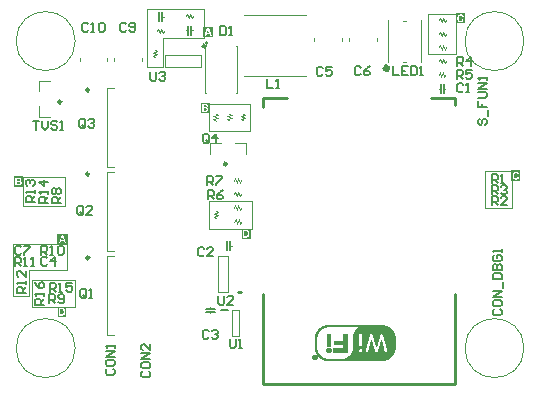
<source format=gbr>
%TF.GenerationSoftware,Altium Limited,Altium Designer,20.1.8 (145)*%
G04 Layer_Color=16777215*
%FSLAX24Y24*%
%MOIN*%
%TF.SameCoordinates,2251247C-4072-41CD-9A68-8E7E2D596FDF*%
%TF.FilePolarity,Positive*%
%TF.FileFunction,Legend,Top*%
%TF.Part,Single*%
G01*
G75*
%TA.AperFunction,NonConductor*%
%ADD56C,0.0098*%
%ADD57C,0.0197*%
%ADD58C,0.0040*%
%ADD59C,0.0050*%
%ADD60C,0.0100*%
%ADD61C,0.0080*%
%ADD62C,0.0005*%
%ADD63C,0.0060*%
G36*
X1875Y2225D02*
X1581D01*
Y2561D01*
X1875D01*
Y2225D01*
D02*
G37*
G36*
X8011Y4825D02*
X7716D01*
Y5161D01*
X8011D01*
Y4825D01*
D02*
G37*
G36*
X17007Y6759D02*
X16705D01*
Y7104D01*
X17007D01*
Y6759D01*
D02*
G37*
G36*
X15159Y12004D02*
X14857D01*
Y12350D01*
X15159D01*
Y12004D01*
D02*
G37*
G36*
X424Y6567D02*
X129D01*
Y6903D01*
X424D01*
Y6567D01*
D02*
G37*
G36*
X6648Y9018D02*
X6354D01*
Y9354D01*
X6648D01*
Y9018D01*
D02*
G37*
G36*
X1911Y4646D02*
X1575D01*
Y4982D01*
X1911D01*
Y4646D01*
D02*
G37*
G36*
X6769Y11549D02*
X6432D01*
Y11885D01*
X6769D01*
Y11549D01*
D02*
G37*
%LPC*%
G36*
X1723Y2521D02*
X1621D01*
Y2265D01*
X1718D01*
X1728Y2265D01*
X1737Y2265D01*
X1745Y2266D01*
X1751Y2267D01*
X1756Y2268D01*
X1760Y2269D01*
X1761Y2270D01*
X1762D01*
X1763Y2270D01*
X1763D01*
X1771Y2273D01*
X1779Y2276D01*
X1785Y2280D01*
X1790Y2283D01*
X1794Y2286D01*
X1797Y2288D01*
X1799Y2289D01*
X1799Y2290D01*
X1806Y2297D01*
X1811Y2305D01*
X1816Y2312D01*
X1820Y2319D01*
X1823Y2326D01*
X1824Y2329D01*
X1825Y2331D01*
X1826Y2333D01*
X1826Y2335D01*
X1827Y2335D01*
Y2336D01*
X1829Y2345D01*
X1832Y2354D01*
X1833Y2363D01*
X1834Y2371D01*
X1834Y2375D01*
X1835Y2379D01*
Y2382D01*
X1835Y2385D01*
Y2390D01*
X1835Y2403D01*
X1834Y2415D01*
X1833Y2420D01*
X1832Y2425D01*
X1832Y2430D01*
X1831Y2434D01*
X1830Y2438D01*
X1829Y2441D01*
X1828Y2444D01*
X1828Y2446D01*
X1827Y2448D01*
X1827Y2449D01*
X1826Y2450D01*
Y2450D01*
X1823Y2459D01*
X1819Y2467D01*
X1815Y2474D01*
X1811Y2480D01*
X1808Y2485D01*
X1805Y2489D01*
X1803Y2491D01*
X1802Y2492D01*
X1802D01*
X1796Y2498D01*
X1789Y2503D01*
X1783Y2507D01*
X1777Y2510D01*
X1772Y2513D01*
X1767Y2514D01*
X1766Y2515D01*
X1765Y2515D01*
X1764Y2516D01*
X1764D01*
X1757Y2517D01*
X1749Y2519D01*
X1741Y2520D01*
X1733Y2520D01*
X1726Y2520D01*
X1723Y2521D01*
D02*
G37*
%LPD*%
G36*
X1711Y2477D02*
X1715D01*
X1719Y2477D01*
X1723D01*
X1726Y2476D01*
X1728D01*
X1733Y2476D01*
X1735Y2475D01*
X1737Y2475D01*
X1738D01*
X1743Y2473D01*
X1747Y2472D01*
X1751Y2470D01*
X1755Y2467D01*
X1758Y2466D01*
X1760Y2464D01*
X1761Y2463D01*
X1761Y2463D01*
X1765Y2459D01*
X1768Y2455D01*
X1770Y2451D01*
X1772Y2447D01*
X1774Y2443D01*
X1775Y2440D01*
X1776Y2439D01*
X1776Y2438D01*
Y2438D01*
X1778Y2431D01*
X1779Y2424D01*
X1780Y2416D01*
X1781Y2409D01*
X1781Y2403D01*
X1782Y2400D01*
Y2397D01*
Y2395D01*
Y2394D01*
Y2393D01*
Y2392D01*
X1781Y2382D01*
X1781Y2372D01*
X1780Y2365D01*
X1779Y2358D01*
X1778Y2352D01*
X1778Y2350D01*
X1777Y2349D01*
X1777Y2347D01*
Y2346D01*
X1776Y2346D01*
Y2345D01*
X1774Y2339D01*
X1772Y2334D01*
X1769Y2330D01*
X1768Y2327D01*
X1766Y2324D01*
X1764Y2322D01*
X1763Y2321D01*
X1763Y2321D01*
X1760Y2318D01*
X1756Y2316D01*
X1753Y2314D01*
X1750Y2313D01*
X1747Y2312D01*
X1744Y2311D01*
X1743Y2310D01*
X1742D01*
X1738Y2309D01*
X1733Y2309D01*
X1728Y2308D01*
X1723D01*
X1718Y2308D01*
X1673D01*
Y2477D01*
X1706D01*
X1711Y2477D01*
D02*
G37*
%LPC*%
G36*
X7859Y5121D02*
X7756D01*
Y4865D01*
X7853D01*
X7863Y4865D01*
X7873Y4865D01*
X7880Y4866D01*
X7887Y4867D01*
X7892Y4868D01*
X7896Y4869D01*
X7897Y4870D01*
X7898D01*
X7898Y4870D01*
X7899D01*
X7907Y4873D01*
X7914Y4876D01*
X7920Y4880D01*
X7925Y4883D01*
X7930Y4886D01*
X7933Y4888D01*
X7934Y4890D01*
X7935Y4890D01*
X7941Y4897D01*
X7947Y4905D01*
X7952Y4912D01*
X7955Y4919D01*
X7958Y4926D01*
X7960Y4929D01*
X7961Y4931D01*
X7961Y4933D01*
X7962Y4935D01*
X7962Y4935D01*
Y4936D01*
X7965Y4945D01*
X7967Y4954D01*
X7969Y4963D01*
X7970Y4971D01*
X7970Y4975D01*
X7970Y4979D01*
Y4982D01*
X7971Y4985D01*
Y4990D01*
X7970Y5003D01*
X7969Y5015D01*
X7969Y5020D01*
X7968Y5025D01*
X7967Y5030D01*
X7967Y5034D01*
X7965Y5038D01*
X7965Y5041D01*
X7964Y5044D01*
X7964Y5046D01*
X7963Y5048D01*
X7962Y5049D01*
X7962Y5050D01*
Y5050D01*
X7959Y5059D01*
X7955Y5067D01*
X7951Y5075D01*
X7947Y5080D01*
X7943Y5085D01*
X7940Y5089D01*
X7938Y5091D01*
X7938Y5092D01*
X7938D01*
X7931Y5098D01*
X7925Y5103D01*
X7918Y5107D01*
X7913Y5110D01*
X7907Y5113D01*
X7903Y5114D01*
X7901Y5115D01*
X7900Y5115D01*
X7900Y5116D01*
X7899D01*
X7892Y5117D01*
X7884Y5119D01*
X7876Y5120D01*
X7868Y5120D01*
X7861Y5120D01*
X7859Y5121D01*
D02*
G37*
%LPD*%
G36*
X7847Y5077D02*
X7851D01*
X7855Y5077D01*
X7858D01*
X7861Y5076D01*
X7864D01*
X7868Y5076D01*
X7871Y5075D01*
X7873Y5075D01*
X7873D01*
X7878Y5073D01*
X7883Y5072D01*
X7887Y5070D01*
X7891Y5067D01*
X7893Y5066D01*
X7896Y5064D01*
X7897Y5063D01*
X7897Y5063D01*
X7900Y5059D01*
X7903Y5055D01*
X7906Y5051D01*
X7908Y5047D01*
X7910Y5043D01*
X7911Y5040D01*
X7911Y5039D01*
X7912Y5038D01*
Y5038D01*
X7914Y5031D01*
X7915Y5024D01*
X7916Y5016D01*
X7917Y5009D01*
X7917Y5003D01*
X7917Y5000D01*
Y4997D01*
Y4995D01*
Y4994D01*
Y4993D01*
Y4992D01*
X7917Y4982D01*
X7917Y4972D01*
X7915Y4965D01*
X7915Y4958D01*
X7914Y4952D01*
X7913Y4950D01*
X7913Y4949D01*
X7912Y4947D01*
Y4946D01*
X7912Y4946D01*
Y4945D01*
X7910Y4939D01*
X7908Y4934D01*
X7905Y4930D01*
X7903Y4927D01*
X7901Y4924D01*
X7900Y4922D01*
X7899Y4921D01*
X7898Y4921D01*
X7895Y4918D01*
X7892Y4916D01*
X7888Y4914D01*
X7885Y4913D01*
X7882Y4912D01*
X7880Y4911D01*
X7878Y4910D01*
X7878D01*
X7874Y4909D01*
X7869Y4909D01*
X7864Y4908D01*
X7859D01*
X7854Y4908D01*
X7808D01*
Y5077D01*
X7842D01*
X7847Y5077D01*
D02*
G37*
%LPC*%
G36*
X16869Y7064D02*
X16864D01*
X16855Y7064D01*
X16845Y7063D01*
X16837Y7061D01*
X16828Y7059D01*
X16821Y7056D01*
X16813Y7053D01*
X16807Y7050D01*
X16801Y7047D01*
X16795Y7043D01*
X16791Y7040D01*
X16787Y7037D01*
X16784Y7034D01*
X16781Y7032D01*
X16779Y7030D01*
X16778Y7029D01*
X16778Y7029D01*
X16772Y7022D01*
X16767Y7014D01*
X16762Y7007D01*
X16759Y6999D01*
X16755Y6990D01*
X16753Y6982D01*
X16751Y6974D01*
X16749Y6966D01*
X16747Y6958D01*
X16747Y6952D01*
X16746Y6945D01*
X16745Y6940D01*
Y6936D01*
X16745Y6932D01*
Y6929D01*
X16745Y6918D01*
X16746Y6908D01*
X16748Y6898D01*
X16750Y6889D01*
X16752Y6881D01*
X16755Y6872D01*
X16758Y6865D01*
X16761Y6859D01*
X16764Y6853D01*
X16767Y6848D01*
X16770Y6844D01*
X16772Y6840D01*
X16774Y6838D01*
X16776Y6835D01*
X16777Y6834D01*
X16777Y6834D01*
X16784Y6828D01*
X16790Y6822D01*
X16797Y6818D01*
X16804Y6814D01*
X16811Y6811D01*
X16818Y6808D01*
X16825Y6805D01*
X16831Y6804D01*
X16838Y6802D01*
X16843Y6801D01*
X16848Y6800D01*
X16852Y6800D01*
X16856Y6800D01*
X16859Y6799D01*
X16861D01*
X16869Y6800D01*
X16876Y6800D01*
X16883Y6801D01*
X16889Y6802D01*
X16895Y6804D01*
X16901Y6805D01*
X16906Y6807D01*
X16911Y6809D01*
X16915Y6811D01*
X16918Y6813D01*
X16922Y6815D01*
X16924Y6816D01*
X16926Y6818D01*
X16928Y6819D01*
X16929Y6819D01*
X16929Y6819D01*
X16934Y6824D01*
X16938Y6828D01*
X16946Y6838D01*
X16953Y6848D01*
X16958Y6858D01*
X16960Y6863D01*
X16962Y6868D01*
X16964Y6872D01*
X16965Y6875D01*
X16966Y6878D01*
X16967Y6880D01*
X16967Y6882D01*
Y6882D01*
X16917Y6898D01*
X16914Y6888D01*
X16911Y6879D01*
X16908Y6872D01*
X16904Y6866D01*
X16901Y6862D01*
X16898Y6859D01*
X16896Y6857D01*
X16896Y6856D01*
X16890Y6852D01*
X16884Y6849D01*
X16878Y6847D01*
X16873Y6845D01*
X16868Y6844D01*
X16864Y6844D01*
X16862Y6843D01*
X16861D01*
X16855Y6844D01*
X16851Y6844D01*
X16842Y6847D01*
X16834Y6849D01*
X16828Y6854D01*
X16822Y6857D01*
X16819Y6860D01*
X16817Y6862D01*
X16816Y6863D01*
X16816Y6863D01*
X16815Y6864D01*
X16812Y6868D01*
X16810Y6872D01*
X16807Y6878D01*
X16805Y6883D01*
X16802Y6895D01*
X16800Y6906D01*
X16799Y6912D01*
X16799Y6916D01*
X16798Y6921D01*
Y6925D01*
X16798Y6928D01*
Y6931D01*
Y6933D01*
Y6933D01*
X16798Y6942D01*
X16799Y6949D01*
X16799Y6956D01*
X16801Y6963D01*
X16802Y6969D01*
X16804Y6975D01*
X16805Y6979D01*
X16807Y6984D01*
X16808Y6987D01*
X16810Y6991D01*
X16811Y6993D01*
X16813Y6996D01*
X16814Y6997D01*
X16815Y6999D01*
X16815Y6999D01*
Y7000D01*
X16819Y7003D01*
X16822Y7007D01*
X16826Y7009D01*
X16830Y7012D01*
X16838Y7015D01*
X16845Y7018D01*
X16852Y7019D01*
X16855Y7020D01*
X16857Y7020D01*
X16859Y7020D01*
X16862D01*
X16869Y7020D01*
X16876Y7019D01*
X16882Y7017D01*
X16887Y7014D01*
X16891Y7012D01*
X16894Y7010D01*
X16896Y7009D01*
X16896Y7009D01*
X16901Y7004D01*
X16906Y6999D01*
X16909Y6994D01*
X16912Y6989D01*
X16913Y6984D01*
X16915Y6981D01*
X16915Y6979D01*
Y6978D01*
X16916Y6978D01*
Y6977D01*
X16967Y6990D01*
X16963Y7000D01*
X16959Y7010D01*
X16955Y7018D01*
X16950Y7024D01*
X16946Y7030D01*
X16945Y7032D01*
X16943Y7034D01*
X16942Y7035D01*
X16941Y7036D01*
X16941Y7037D01*
X16940D01*
X16935Y7041D01*
X16929Y7046D01*
X16923Y7050D01*
X16916Y7053D01*
X16910Y7056D01*
X16903Y7058D01*
X16897Y7060D01*
X16891Y7061D01*
X16886Y7062D01*
X16881Y7063D01*
X16876Y7064D01*
X16872Y7064D01*
X16869Y7064D01*
D02*
G37*
G36*
X15021Y12310D02*
X15016D01*
X15007Y12309D01*
X14997Y12308D01*
X14988Y12306D01*
X14980Y12304D01*
X14972Y12301D01*
X14965Y12298D01*
X14959Y12295D01*
X14953Y12292D01*
X14947Y12288D01*
X14943Y12285D01*
X14939Y12282D01*
X14935Y12280D01*
X14933Y12277D01*
X14931Y12276D01*
X14930Y12274D01*
X14930Y12274D01*
X14924Y12267D01*
X14919Y12260D01*
X14914Y12252D01*
X14911Y12244D01*
X14907Y12235D01*
X14905Y12227D01*
X14903Y12219D01*
X14901Y12211D01*
X14899Y12203D01*
X14898Y12197D01*
X14898Y12190D01*
X14897Y12185D01*
Y12181D01*
X14897Y12177D01*
Y12175D01*
X14897Y12163D01*
X14898Y12153D01*
X14900Y12143D01*
X14902Y12134D01*
X14904Y12126D01*
X14907Y12118D01*
X14910Y12110D01*
X14913Y12104D01*
X14916Y12098D01*
X14919Y12093D01*
X14922Y12089D01*
X14924Y12085D01*
X14926Y12083D01*
X14928Y12081D01*
X14929Y12079D01*
X14929Y12079D01*
X14935Y12073D01*
X14942Y12068D01*
X14949Y12063D01*
X14956Y12059D01*
X14963Y12056D01*
X14970Y12053D01*
X14977Y12051D01*
X14983Y12049D01*
X14989Y12047D01*
X14995Y12046D01*
X15000Y12045D01*
X15004Y12045D01*
X15008Y12045D01*
X15011Y12044D01*
X15013D01*
X15021Y12045D01*
X15028Y12045D01*
X15035Y12046D01*
X15041Y12048D01*
X15047Y12049D01*
X15052Y12051D01*
X15058Y12052D01*
X15062Y12055D01*
X15066Y12056D01*
X15070Y12058D01*
X15073Y12060D01*
X15076Y12061D01*
X15078Y12063D01*
X15080Y12064D01*
X15080Y12064D01*
X15081Y12065D01*
X15086Y12069D01*
X15090Y12073D01*
X15098Y12083D01*
X15105Y12093D01*
X15110Y12103D01*
X15112Y12108D01*
X15114Y12113D01*
X15116Y12117D01*
X15117Y12120D01*
X15118Y12123D01*
X15119Y12125D01*
X15119Y12127D01*
Y12127D01*
X15069Y12143D01*
X15066Y12133D01*
X15063Y12124D01*
X15059Y12117D01*
X15056Y12111D01*
X15053Y12107D01*
X15050Y12104D01*
X15048Y12102D01*
X15048Y12101D01*
X15042Y12097D01*
X15036Y12094D01*
X15030Y12092D01*
X15025Y12090D01*
X15020Y12089D01*
X15016Y12089D01*
X15014Y12088D01*
X15012D01*
X15007Y12089D01*
X15002Y12089D01*
X14994Y12092D01*
X14986Y12095D01*
X14979Y12099D01*
X14974Y12102D01*
X14971Y12105D01*
X14969Y12107D01*
X14968Y12108D01*
X14968Y12108D01*
X14967Y12109D01*
X14964Y12113D01*
X14962Y12118D01*
X14959Y12123D01*
X14957Y12128D01*
X14954Y12140D01*
X14952Y12151D01*
X14951Y12157D01*
X14951Y12162D01*
X14950Y12166D01*
Y12170D01*
X14950Y12173D01*
Y12176D01*
Y12178D01*
Y12178D01*
X14950Y12187D01*
X14951Y12194D01*
X14951Y12202D01*
X14952Y12208D01*
X14954Y12214D01*
X14955Y12220D01*
X14957Y12224D01*
X14959Y12229D01*
X14960Y12233D01*
X14962Y12236D01*
X14963Y12239D01*
X14965Y12241D01*
X14966Y12243D01*
X14967Y12244D01*
X14967Y12244D01*
Y12245D01*
X14971Y12249D01*
X14974Y12252D01*
X14978Y12254D01*
X14982Y12257D01*
X14990Y12260D01*
X14997Y12263D01*
X15004Y12264D01*
X15007Y12265D01*
X15009Y12265D01*
X15011Y12266D01*
X15014D01*
X15021Y12265D01*
X15028Y12264D01*
X15034Y12262D01*
X15039Y12260D01*
X15043Y12257D01*
X15046Y12256D01*
X15048Y12254D01*
X15048Y12254D01*
X15053Y12249D01*
X15058Y12244D01*
X15061Y12239D01*
X15063Y12234D01*
X15065Y12229D01*
X15066Y12226D01*
X15067Y12224D01*
Y12223D01*
X15068Y12223D01*
Y12223D01*
X15119Y12235D01*
X15115Y12246D01*
X15111Y12255D01*
X15106Y12263D01*
X15102Y12270D01*
X15098Y12275D01*
X15097Y12277D01*
X15095Y12279D01*
X15094Y12280D01*
X15093Y12281D01*
X15093Y12282D01*
X15092D01*
X15087Y12287D01*
X15080Y12291D01*
X15075Y12295D01*
X15068Y12298D01*
X15062Y12301D01*
X15055Y12303D01*
X15049Y12305D01*
X15043Y12306D01*
X15038Y12307D01*
X15032Y12308D01*
X15028Y12309D01*
X15024Y12309D01*
X15021Y12310D01*
D02*
G37*
G36*
X282Y6863D02*
X169D01*
Y6607D01*
X280D01*
X287Y6607D01*
X298D01*
X302Y6608D01*
X309D01*
X312Y6608D01*
X316D01*
X317Y6608D01*
X319D01*
X326Y6609D01*
X333Y6611D01*
X339Y6613D01*
X344Y6615D01*
X348Y6617D01*
X351Y6619D01*
X353Y6620D01*
X353Y6620D01*
X359Y6625D01*
X363Y6629D01*
X367Y6633D01*
X370Y6637D01*
X372Y6641D01*
X374Y6644D01*
X375Y6646D01*
X376Y6647D01*
X378Y6653D01*
X380Y6659D01*
X382Y6665D01*
X383Y6670D01*
X383Y6674D01*
X384Y6678D01*
Y6681D01*
X383Y6689D01*
X382Y6696D01*
X380Y6703D01*
X377Y6709D01*
X375Y6713D01*
X373Y6716D01*
X371Y6719D01*
X371Y6719D01*
X366Y6725D01*
X360Y6730D01*
X354Y6734D01*
X349Y6737D01*
X343Y6740D01*
X339Y6741D01*
X337Y6742D01*
X336Y6742D01*
X336Y6743D01*
X335D01*
X341Y6746D01*
X346Y6749D01*
X351Y6753D01*
X354Y6757D01*
X357Y6760D01*
X359Y6763D01*
X361Y6764D01*
X361Y6765D01*
X364Y6771D01*
X367Y6777D01*
X369Y6782D01*
X370Y6787D01*
X371Y6792D01*
X371Y6795D01*
Y6797D01*
Y6798D01*
Y6798D01*
X371Y6804D01*
X370Y6810D01*
X369Y6815D01*
X367Y6819D01*
X366Y6823D01*
X364Y6826D01*
X363Y6827D01*
X363Y6828D01*
X360Y6833D01*
X357Y6837D01*
X353Y6841D01*
X350Y6844D01*
X347Y6846D01*
X345Y6848D01*
X344Y6849D01*
X343Y6849D01*
X339Y6852D01*
X334Y6855D01*
X330Y6857D01*
X326Y6858D01*
X322Y6859D01*
X319Y6860D01*
X317Y6860D01*
X317D01*
X310Y6861D01*
X303Y6862D01*
X296Y6862D01*
X289Y6862D01*
X282Y6863D01*
D02*
G37*
%LPD*%
G36*
X277Y6820D02*
X286D01*
X289Y6820D01*
X293D01*
X294Y6819D01*
X295D01*
X299Y6818D01*
X303Y6817D01*
X306Y6816D01*
X309Y6814D01*
X311Y6813D01*
X313Y6811D01*
X314Y6811D01*
X314Y6810D01*
X316Y6807D01*
X318Y6804D01*
X319Y6801D01*
X320Y6798D01*
X320Y6795D01*
X321Y6793D01*
Y6791D01*
Y6791D01*
X320Y6787D01*
X320Y6783D01*
X318Y6779D01*
X317Y6776D01*
X316Y6774D01*
X314Y6772D01*
X313Y6771D01*
X313Y6771D01*
X310Y6768D01*
X307Y6766D01*
X303Y6765D01*
X300Y6764D01*
X297Y6763D01*
X295Y6762D01*
X293Y6762D01*
X291D01*
X289Y6761D01*
X277D01*
X271Y6761D01*
X221D01*
Y6820D01*
X273D01*
X277Y6820D01*
D02*
G37*
G36*
X280Y6718D02*
X285Y6718D01*
X289D01*
X293Y6717D01*
X296Y6717D01*
X299Y6717D01*
X301Y6716D01*
X303Y6716D01*
X306Y6716D01*
X308Y6715D01*
X308D01*
X312Y6713D01*
X315Y6711D01*
X318Y6710D01*
X320Y6707D01*
X322Y6706D01*
X323Y6704D01*
X324Y6703D01*
X324Y6703D01*
X326Y6700D01*
X328Y6696D01*
X329Y6693D01*
X330Y6690D01*
X330Y6687D01*
X330Y6685D01*
Y6684D01*
Y6683D01*
X330Y6679D01*
X329Y6674D01*
X328Y6670D01*
X327Y6667D01*
X325Y6665D01*
X324Y6663D01*
X323Y6662D01*
X323Y6662D01*
X320Y6659D01*
X317Y6657D01*
X314Y6655D01*
X311Y6653D01*
X308Y6653D01*
X306Y6652D01*
X304Y6652D01*
X304D01*
X303Y6651D01*
X300D01*
X296Y6651D01*
X290Y6650D01*
X284D01*
X278Y6650D01*
X221D01*
Y6719D01*
X275D01*
X280Y6718D01*
D02*
G37*
%LPC*%
G36*
X6507Y9314D02*
X6394D01*
Y9058D01*
X6505D01*
X6512Y9058D01*
X6523D01*
X6527Y9059D01*
X6534D01*
X6537Y9059D01*
X6540D01*
X6542Y9059D01*
X6543D01*
X6551Y9060D01*
X6557Y9062D01*
X6563Y9064D01*
X6569Y9066D01*
X6573Y9068D01*
X6576Y9070D01*
X6577Y9071D01*
X6578Y9071D01*
X6583Y9076D01*
X6587Y9080D01*
X6591Y9084D01*
X6594Y9089D01*
X6597Y9092D01*
X6599Y9095D01*
X6600Y9097D01*
X6600Y9098D01*
X6603Y9104D01*
X6605Y9110D01*
X6607Y9116D01*
X6607Y9121D01*
X6608Y9125D01*
X6608Y9129D01*
Y9132D01*
X6608Y9140D01*
X6607Y9147D01*
X6604Y9154D01*
X6602Y9160D01*
X6600Y9164D01*
X6598Y9167D01*
X6596Y9170D01*
X6596Y9170D01*
X6591Y9176D01*
X6585Y9181D01*
X6579Y9185D01*
X6573Y9188D01*
X6568Y9191D01*
X6564Y9192D01*
X6562Y9193D01*
X6561Y9193D01*
X6560Y9194D01*
X6560D01*
X6566Y9197D01*
X6571Y9200D01*
X6576Y9204D01*
X6579Y9208D01*
X6582Y9211D01*
X6584Y9214D01*
X6586Y9215D01*
X6586Y9216D01*
X6589Y9222D01*
X6592Y9228D01*
X6593Y9233D01*
X6595Y9238D01*
X6596Y9243D01*
X6596Y9246D01*
Y9248D01*
Y9249D01*
Y9249D01*
X6596Y9255D01*
X6595Y9261D01*
X6593Y9266D01*
X6592Y9270D01*
X6590Y9274D01*
X6589Y9277D01*
X6588Y9278D01*
X6588Y9279D01*
X6585Y9284D01*
X6581Y9288D01*
X6578Y9292D01*
X6575Y9295D01*
X6572Y9297D01*
X6570Y9299D01*
X6569Y9300D01*
X6568Y9301D01*
X6564Y9303D01*
X6559Y9306D01*
X6554Y9308D01*
X6550Y9309D01*
X6547Y9310D01*
X6544Y9311D01*
X6542Y9311D01*
X6542D01*
X6535Y9312D01*
X6528Y9313D01*
X6521Y9313D01*
X6513Y9313D01*
X6507Y9314D01*
D02*
G37*
%LPD*%
G36*
X6502Y9271D02*
X6511D01*
X6513Y9271D01*
X6517D01*
X6519Y9270D01*
X6519D01*
X6524Y9269D01*
X6528Y9268D01*
X6531Y9267D01*
X6534Y9265D01*
X6536Y9264D01*
X6538Y9262D01*
X6539Y9262D01*
X6539Y9261D01*
X6541Y9258D01*
X6543Y9255D01*
X6544Y9252D01*
X6545Y9249D01*
X6545Y9246D01*
X6546Y9244D01*
Y9242D01*
Y9242D01*
X6545Y9238D01*
X6544Y9234D01*
X6543Y9230D01*
X6542Y9227D01*
X6540Y9225D01*
X6539Y9223D01*
X6538Y9222D01*
X6538Y9222D01*
X6535Y9219D01*
X6532Y9217D01*
X6528Y9216D01*
X6525Y9215D01*
X6522Y9214D01*
X6519Y9213D01*
X6518Y9213D01*
X6516D01*
X6513Y9212D01*
X6502D01*
X6496Y9212D01*
X6446D01*
Y9271D01*
X6497D01*
X6502Y9271D01*
D02*
G37*
G36*
X6505Y9169D02*
X6509Y9169D01*
X6514D01*
X6517Y9168D01*
X6521Y9168D01*
X6523Y9168D01*
X6526Y9167D01*
X6528Y9167D01*
X6531Y9167D01*
X6533Y9166D01*
X6533D01*
X6537Y9164D01*
X6540Y9162D01*
X6543Y9161D01*
X6545Y9158D01*
X6547Y9157D01*
X6548Y9155D01*
X6549Y9154D01*
X6549Y9154D01*
X6551Y9151D01*
X6553Y9147D01*
X6554Y9144D01*
X6554Y9141D01*
X6555Y9138D01*
X6555Y9136D01*
Y9135D01*
Y9134D01*
X6555Y9130D01*
X6554Y9125D01*
X6553Y9121D01*
X6551Y9118D01*
X6550Y9116D01*
X6549Y9114D01*
X6548Y9113D01*
X6548Y9113D01*
X6545Y9110D01*
X6542Y9108D01*
X6539Y9106D01*
X6536Y9104D01*
X6533Y9104D01*
X6531Y9103D01*
X6529Y9103D01*
X6529D01*
X6527Y9102D01*
X6525D01*
X6520Y9102D01*
X6514Y9101D01*
X6509D01*
X6503Y9101D01*
X6446D01*
Y9170D01*
X6500D01*
X6505Y9169D01*
D02*
G37*
%LPC*%
G36*
X1768Y4942D02*
X1714D01*
X1615Y4686D01*
X1669D01*
X1690Y4744D01*
X1793D01*
X1815Y4686D01*
X1871D01*
X1768Y4942D01*
D02*
G37*
%LPD*%
G36*
X1777Y4788D02*
X1706D01*
X1741Y4883D01*
X1777Y4788D01*
D02*
G37*
%LPC*%
G36*
X6626Y11845D02*
X6571D01*
X6472Y11589D01*
X6527D01*
X6548Y11647D01*
X6651D01*
X6673Y11589D01*
X6729D01*
X6626Y11845D01*
D02*
G37*
%LPD*%
G36*
X6634Y11690D02*
X6563D01*
X6598Y11785D01*
X6634Y11690D01*
D02*
G37*
D56*
X1702Y9392D02*
G03*
X1702Y9392I-49J0D01*
G01*
X2632Y4196D02*
G03*
X2632Y4196I-49J0D01*
G01*
Y6982D02*
G03*
X2632Y6982I-49J0D01*
G01*
Y9788D02*
G03*
X2632Y9788I-49J0D01*
G01*
X6516Y11251D02*
G03*
X6516Y11251I-49J0D01*
G01*
X7215Y7325D02*
G03*
X7215Y7325I-49J0D01*
G01*
D57*
X12578Y10510D02*
G03*
X12578Y10510I-39J0D01*
G01*
D58*
X17126Y11417D02*
G03*
X17126Y11417I-984J0D01*
G01*
X6587Y11346D02*
G03*
X6587Y11346I-49J0D01*
G01*
X17126Y1181D02*
G03*
X17126Y1181I-984J0D01*
G01*
X2165D02*
G03*
X2165Y1181I-984J0D01*
G01*
Y11417D02*
G03*
X2165Y11417I-984J0D01*
G01*
X944Y9736D02*
Y10081D01*
X1338D01*
X944Y8899D02*
Y9244D01*
Y8899D02*
X1338D01*
X7338Y4600D02*
X7398D01*
X7178D02*
X7238D01*
X6943Y3059D02*
X7257D01*
X6943Y4241D02*
X7257D01*
Y3059D02*
Y4241D01*
X6943Y3059D02*
Y4241D01*
X14288Y11663D02*
X14328Y11733D01*
X14378Y11583D01*
X14428Y11733D01*
X14478Y11583D01*
X14514Y11665D01*
X14288Y11207D02*
X14328Y11277D01*
X14378Y11127D01*
X14428Y11277D01*
X14478Y11127D01*
X14514Y11209D01*
X14478Y12036D02*
X14514Y12118D01*
X14428Y12186D02*
X14478Y12036D01*
X14378D02*
X14428Y12186D01*
X14328D02*
X14378Y12036D01*
X14288Y12116D02*
X14328Y12186D01*
X3227Y1627D02*
X3454D01*
X3227D02*
Y4264D01*
X3454D01*
X3227Y7050D02*
X3454D01*
X3227Y4413D02*
Y7050D01*
Y4413D02*
X3454D01*
X3227Y7219D02*
X3454D01*
X3227D02*
Y9856D01*
X3454D01*
X6626Y5165D02*
X8059D01*
X6626D02*
Y6080D01*
X8059Y5165D02*
Y6080D01*
X6626D02*
X8059D01*
X720Y3461D02*
X2150D01*
Y2549D02*
Y3461D01*
X720Y2549D02*
Y3461D01*
Y2549D02*
X2150D01*
X7633Y1597D02*
X7633Y2463D01*
X7397Y1597D02*
Y2463D01*
Y1597D02*
X7633D01*
X7397Y2463D02*
X7633D01*
X6672Y2500D02*
Y2560D01*
Y2340D02*
Y2400D01*
X6673Y7640D02*
Y8034D01*
X7018D01*
X7855Y7640D02*
Y8034D01*
X7510D02*
X7855D01*
X6790Y5560D02*
X6860Y5520D01*
X6790Y5560D02*
X6940Y5610D01*
X6790Y5660D02*
X6940Y5610D01*
X6790Y5660D02*
X6940Y5710D01*
X6858Y5747D02*
X6940Y5710D01*
X4399Y10739D02*
Y10857D01*
X3474Y10739D02*
Y10857D01*
X10139Y11403D02*
Y11521D01*
X11064Y11403D02*
Y11521D01*
X3239Y10739D02*
Y10857D01*
X2314Y10739D02*
Y10857D01*
X11300Y11403D02*
Y11521D01*
X12225Y11403D02*
Y11521D01*
X14478Y10674D02*
X14514Y10756D01*
X14428Y10824D02*
X14478Y10674D01*
X14378D02*
X14428Y10824D01*
X14328D02*
X14378Y10674D01*
X14288Y10754D02*
X14328Y10824D01*
X14282Y10300D02*
X14318Y10381D01*
X14368Y10231D01*
X14418Y10381D01*
X14468Y10231D01*
X14508Y10301D01*
X4554Y10564D02*
X5095D01*
X4554D02*
Y12470D01*
X5073Y12233D02*
X5133D01*
X4913D02*
X4973D01*
X5148Y10946D02*
X6369D01*
X5148Y10552D02*
X6369D01*
Y10946D01*
X5148Y10552D02*
Y10946D01*
X4906Y11739D02*
X4943Y11820D01*
X4993Y11670D01*
X5043Y11820D01*
X5093Y11670D01*
X5133Y11740D01*
X7650Y6700D02*
X7690Y6770D01*
X7600Y6850D02*
X7650Y6700D01*
X7550D02*
X7600Y6850D01*
X7500D02*
X7550Y6700D01*
X7464Y6768D02*
X7500Y6850D01*
X7650Y6240D02*
X7690Y6310D01*
X7600Y6390D02*
X7650Y6240D01*
X7550D02*
X7600Y6390D01*
X7500D02*
X7550Y6240D01*
X7464Y6308D02*
X7500Y6390D01*
X5869Y12260D02*
X5909Y12330D01*
X5959Y12180D01*
X6009Y12330D01*
X6059Y12180D01*
X6095Y12262D01*
X6029Y11781D02*
X6089D01*
X5869D02*
X5929D01*
X413Y6883D02*
X1823D01*
X413Y5912D02*
Y6883D01*
X15835Y7086D02*
X16723D01*
Y5855D02*
Y7086D01*
X13915Y12330D02*
X14876D01*
Y10977D02*
Y12330D01*
X13915Y10977D02*
X14876D01*
X13915D02*
Y12330D01*
X15835Y5855D02*
Y7086D01*
Y5855D02*
X16723D01*
X12587Y10731D02*
Y12109D01*
X13690Y10731D02*
Y12109D01*
X13078Y12100D02*
X13198D01*
X13078Y10730D02*
X13198D01*
X4835Y11117D02*
X4905Y11077D01*
X4755Y11027D02*
X4905Y11077D01*
X4755Y11027D02*
X4905Y10977D01*
X4755Y10927D02*
X4905Y10977D01*
X4755Y10927D02*
X4836Y10891D01*
X1823Y5912D02*
Y6883D01*
X413Y5912D02*
X1823D01*
X6628Y8418D02*
Y9334D01*
Y8418D02*
X7979D01*
Y9334D01*
X6628D02*
X7979D01*
X1890Y3799D02*
Y4665D01*
X107D02*
X1890D01*
X107Y2923D02*
X630D01*
X107D02*
Y4665D01*
X630Y2923D02*
Y3799D01*
X1890D01*
X5095Y11514D02*
X6449D01*
X5095Y10564D02*
Y11514D01*
X6496Y9679D02*
Y11254D01*
X7559Y9679D02*
Y11254D01*
X6496Y9679D02*
X6525D01*
X6496Y11254D02*
X6525D01*
X7530Y9679D02*
X7559D01*
X7530Y11254D02*
X7559D01*
X14288Y9821D02*
X14348D01*
X14448D02*
X14508D01*
X7651Y5786D02*
X7691Y5856D01*
X7601Y5936D02*
X7651Y5786D01*
X7551D02*
X7601Y5936D01*
X7501D02*
X7551Y5786D01*
X7464Y5854D02*
X7501Y5936D01*
X7236Y8813D02*
X7306Y8773D01*
X7236Y8813D02*
X7386Y8863D01*
X7236Y8913D02*
X7386Y8863D01*
X7236Y8913D02*
X7386Y8963D01*
X7305Y9000D02*
X7386Y8963D01*
X6854Y8993D02*
X6923Y8953D01*
X6773Y8903D02*
X6923Y8953D01*
X6773Y8903D02*
X6923Y8853D01*
X6773Y8803D02*
X6923Y8853D01*
X6773Y8803D02*
X6855Y8767D01*
X7758Y9000D02*
X7839Y8963D01*
X7689Y8913D02*
X7839Y8963D01*
X7689Y8913D02*
X7839Y8863D01*
X7689Y8813D02*
X7839Y8863D01*
X7689Y8813D02*
X7759Y8773D01*
X7777Y10241D02*
X9863D01*
X7777Y12289D02*
X9863D01*
X7661Y5321D02*
X7697Y5402D01*
X7611Y5471D02*
X7661Y5321D01*
X7561D02*
X7611Y5471D01*
X7511D02*
X7561Y5321D01*
X7471Y5401D02*
X7511Y5471D01*
X4554Y12470D02*
X6449D01*
Y11514D02*
Y12470D01*
D59*
X7338Y4450D02*
Y4750D01*
X7238Y4450D02*
Y4750D01*
X6522Y2500D02*
X6822D01*
X6522Y2400D02*
X6822D01*
X5073Y12083D02*
Y12383D01*
X4973Y12083D02*
Y12383D01*
X6029Y11631D02*
Y11931D01*
X5929Y11631D02*
Y11931D01*
X14348Y9671D02*
Y9971D01*
X14448Y9671D02*
Y9971D01*
D60*
X7592Y3059D02*
X7691D01*
X14811Y-17D02*
Y2983D01*
Y9283D02*
Y9533D01*
X14011D02*
X14811D01*
X8411D02*
X9211D01*
X8411Y9233D02*
Y9533D01*
Y-17D02*
Y2983D01*
Y-17D02*
X14811D01*
D61*
X7025Y2440D02*
X7260D01*
D62*
X10561Y1948D02*
X12411D01*
X10521Y1943D02*
X12446D01*
X10501Y1938D02*
X12471D01*
X10481Y1933D02*
X12491D01*
X10466Y1928D02*
X12506D01*
X10451Y1923D02*
X12521D01*
X10436Y1918D02*
X12536D01*
X10426Y1913D02*
X12546D01*
X10416Y1908D02*
X12556D01*
X10406Y1903D02*
X10551D01*
X11616D02*
X12566D01*
X10396Y1898D02*
X10516D01*
X11611D02*
X12576D01*
X10386Y1893D02*
X10491D01*
X11601D02*
X12586D01*
X10376Y1888D02*
X10476D01*
X11596D02*
X12596D01*
X10366Y1883D02*
X10461D01*
X11591D02*
X12606D01*
X10361Y1878D02*
X10446D01*
X11586D02*
X12611D01*
X10351Y1873D02*
X10436D01*
X11581D02*
X12621D01*
X10346Y1868D02*
X10426D01*
X11576D02*
X12626D01*
X10341Y1863D02*
X10416D01*
X11571D02*
X12636D01*
X10331Y1858D02*
X10406D01*
X11566D02*
X12641D01*
X10326Y1853D02*
X10396D01*
X11561D02*
X12646D01*
X10321Y1848D02*
X10386D01*
X11556D02*
X12651D01*
X10316Y1843D02*
X10381D01*
X11551D02*
X12656D01*
X10306Y1838D02*
X10371D01*
X11546D02*
X12666D01*
X10301Y1833D02*
X10366D01*
X11541D02*
X12671D01*
X10296Y1828D02*
X10361D01*
X11541D02*
X12676D01*
X10291Y1823D02*
X10351D01*
X11536D02*
X12681D01*
X10286Y1818D02*
X10346D01*
X11531D02*
X12686D01*
X10281Y1813D02*
X10341D01*
X11526D02*
X12691D01*
X10276Y1808D02*
X10336D01*
X11521D02*
X12696D01*
X10271Y1803D02*
X10331D01*
X11521D02*
X12701D01*
X10266Y1798D02*
X10321D01*
X11516D02*
X12706D01*
X10266Y1793D02*
X10316D01*
X11511D02*
X12711D01*
X10261Y1788D02*
X10311D01*
X11511D02*
X12711D01*
X10256Y1783D02*
X10306D01*
X11506D02*
X12716D01*
X10251Y1778D02*
X10306D01*
X11501D02*
X12721D01*
X10246Y1773D02*
X10301D01*
X11501D02*
X12726D01*
X10246Y1768D02*
X10296D01*
X11496D02*
X12726D01*
X10241Y1763D02*
X10291D01*
X11491D02*
X12731D01*
X10236Y1758D02*
X10286D01*
X11491D02*
X12736D01*
X10231Y1753D02*
X10281D01*
X11486D02*
X12741D01*
X10231Y1748D02*
X10281D01*
X11486D02*
X12741D01*
X10226Y1743D02*
X10276D01*
X11481D02*
X12746D01*
X10221Y1738D02*
X10271D01*
X11481D02*
X12751D01*
X10221Y1733D02*
X10266D01*
X11476D02*
X12751D01*
X10216Y1728D02*
X10266D01*
X11476D02*
X12756D01*
X10216Y1723D02*
X10261D01*
X11471D02*
X12756D01*
X10211Y1718D02*
X10256D01*
X11471D02*
X12761D01*
X10211Y1713D02*
X10256D01*
X11466D02*
X12766D01*
X10206Y1708D02*
X10251D01*
X11466D02*
X12766D01*
X10206Y1703D02*
X10251D01*
X11466D02*
X12771D01*
X10201Y1698D02*
X10246D01*
X11461D02*
X12771D01*
X10201Y1693D02*
X10246D01*
X11461D02*
X12776D01*
X10196Y1688D02*
X10241D01*
X11456D02*
X12776D01*
X10196Y1683D02*
X10241D01*
X11456D02*
X12776D01*
X10191Y1678D02*
X10236D01*
X11456D02*
X12781D01*
X10191Y1673D02*
X10236D01*
X11451D02*
X12781D01*
X10186Y1668D02*
X10231D01*
X10546D02*
X10551D01*
X10566D02*
X10646D01*
X10656D02*
X10666D01*
X11086D02*
X11211D01*
X11451D02*
X11606D01*
X11731D02*
X11966D01*
X12046D02*
X12056D01*
X12061D02*
X12066D01*
X12076D02*
X12326D01*
X12406D02*
X12411D01*
X12421D02*
X12786D01*
X10186Y1663D02*
X10231D01*
X10546D02*
X10676D01*
X11086D02*
X11221D01*
X11451D02*
X11606D01*
X11736D02*
X11966D01*
X12076D02*
X12316D01*
X12426D02*
X12786D01*
X10186Y1658D02*
X10226D01*
X10546D02*
X10676D01*
X11086D02*
X11221D01*
X11446D02*
X11606D01*
X11736D02*
X11961D01*
X12076D02*
X12316D01*
X12426D02*
X12786D01*
X10181Y1653D02*
X10226D01*
X10546D02*
X10676D01*
X11086D02*
X11221D01*
X11446D02*
X11606D01*
X11736D02*
X11961D01*
X12081D02*
X12316D01*
X12426D02*
X12791D01*
X10181Y1648D02*
X10226D01*
X10546D02*
X10676D01*
X11086D02*
X11221D01*
X11446D02*
X11606D01*
X11731D02*
X11961D01*
X12081D02*
X12311D01*
X12431D02*
X12791D01*
X10181Y1643D02*
X10221D01*
X10546D02*
X10676D01*
X11086D02*
X11221D01*
X11446D02*
X11606D01*
X11731D02*
X11961D01*
X12081D02*
X12311D01*
X12431D02*
X12796D01*
X10176Y1638D02*
X10221D01*
X10546D02*
X10676D01*
X11086D02*
X11221D01*
X11441D02*
X11606D01*
X11736D02*
X11956D01*
X12086D02*
X12311D01*
X12431D02*
X12796D01*
X10176Y1633D02*
X10221D01*
X10546D02*
X10676D01*
X11086D02*
X11221D01*
X11441D02*
X11606D01*
X11736D02*
X11956D01*
X12086D02*
X12306D01*
X12431D02*
X12796D01*
X10176Y1628D02*
X10216D01*
X10546D02*
X10676D01*
X11086D02*
X11221D01*
X11441D02*
X11606D01*
X11736D02*
X11956D01*
X12086D02*
X12306D01*
X12436D02*
X12796D01*
X10171Y1623D02*
X10216D01*
X10546D02*
X10676D01*
X11086D02*
X11221D01*
X11441D02*
X11606D01*
X11736D02*
X11956D01*
X12086D02*
X12306D01*
X12436D02*
X12801D01*
X10171Y1618D02*
X10216D01*
X10546D02*
X10676D01*
X11086D02*
X11221D01*
X11436D02*
X11606D01*
X11736D02*
X11951D01*
X12091D02*
X12306D01*
X12436D02*
X12801D01*
X10171Y1613D02*
X10211D01*
X10546D02*
X10676D01*
X11086D02*
X11221D01*
X11436D02*
X11606D01*
X11736D02*
X11951D01*
X12091D02*
X12301D01*
X12441D02*
X12801D01*
X10171Y1608D02*
X10211D01*
X10546D02*
X10676D01*
X11086D02*
X11221D01*
X11436D02*
X11606D01*
X11736D02*
X11951D01*
X12091D02*
X12301D01*
X12441D02*
X12806D01*
X10166Y1603D02*
X10211D01*
X10546D02*
X10676D01*
X11086D02*
X11221D01*
X11436D02*
X11606D01*
X11736D02*
X11946D01*
X12096D02*
X12301D01*
X12441D02*
X12806D01*
X10166Y1598D02*
X10211D01*
X10546D02*
X10676D01*
X11086D02*
X11221D01*
X11436D02*
X11606D01*
X11736D02*
X11946D01*
X12096D02*
X12296D01*
X12441D02*
X12806D01*
X10166Y1593D02*
X10206D01*
X10546D02*
X10676D01*
X11086D02*
X11221D01*
X11431D02*
X11606D01*
X11736D02*
X11946D01*
X12096D02*
X12296D01*
X12446D02*
X12806D01*
X10166Y1588D02*
X10206D01*
X10546D02*
X10676D01*
X11086D02*
X11221D01*
X11431D02*
X11606D01*
X11736D02*
X11946D01*
X12096D02*
X12296D01*
X12446D02*
X12806D01*
X10166Y1583D02*
X10206D01*
X10546D02*
X10676D01*
X11086D02*
X11221D01*
X11431D02*
X11606D01*
X11736D02*
X11941D01*
X12101D02*
X12296D01*
X12446D02*
X12811D01*
X10161Y1578D02*
X10206D01*
X10546D02*
X10676D01*
X11086D02*
X11221D01*
X11431D02*
X11606D01*
X11736D02*
X11941D01*
X12101D02*
X12291D01*
X12446D02*
X12811D01*
X10161Y1573D02*
X10206D01*
X10546D02*
X10676D01*
X11086D02*
X11221D01*
X11431D02*
X11606D01*
X11736D02*
X11941D01*
X12101D02*
X12291D01*
X12451D02*
X12811D01*
X10161Y1568D02*
X10201D01*
X10546D02*
X10676D01*
X11086D02*
X11221D01*
X11431D02*
X11606D01*
X11736D02*
X11941D01*
X12106D02*
X12291D01*
X12451D02*
X12811D01*
X10161Y1563D02*
X10201D01*
X10546D02*
X10676D01*
X11086D02*
X11221D01*
X11431D02*
X11606D01*
X11736D02*
X11936D01*
X12106D02*
X12286D01*
X12451D02*
X12811D01*
X10161Y1558D02*
X10201D01*
X10546D02*
X10676D01*
X11086D02*
X11221D01*
X11431D02*
X11606D01*
X11736D02*
X11936D01*
X12106D02*
X12286D01*
X12451D02*
X12811D01*
X10161Y1553D02*
X10201D01*
X10546D02*
X10676D01*
X11086D02*
X11221D01*
X11426D02*
X11606D01*
X11736D02*
X11936D01*
X12111D02*
X12286D01*
X12456D02*
X12811D01*
X10156Y1548D02*
X10201D01*
X10546D02*
X10676D01*
X11086D02*
X11221D01*
X11426D02*
X11606D01*
X11736D02*
X11936D01*
X12111D02*
X12286D01*
X12456D02*
X12816D01*
X10156Y1543D02*
X10201D01*
X10546D02*
X10676D01*
X11086D02*
X11221D01*
X11426D02*
X11606D01*
X11736D02*
X11931D01*
X12111D02*
X12281D01*
X12456D02*
X12816D01*
X10156Y1538D02*
X10201D01*
X10546D02*
X10676D01*
X11086D02*
X11221D01*
X11426D02*
X11606D01*
X11736D02*
X11931D01*
X12111D02*
X12281D01*
X12461D02*
X12816D01*
X10156Y1533D02*
X10201D01*
X10546D02*
X10676D01*
X11086D02*
X11221D01*
X11426D02*
X11606D01*
X11736D02*
X11931D01*
X12116D02*
X12281D01*
X12461D02*
X12816D01*
X10156Y1528D02*
X10201D01*
X10546D02*
X10676D01*
X11086D02*
X11221D01*
X11426D02*
X11606D01*
X11736D02*
X11931D01*
X12116D02*
X12276D01*
X12461D02*
X12816D01*
X10156Y1523D02*
X10201D01*
X10546D02*
X10676D01*
X11086D02*
X11221D01*
X11426D02*
X11606D01*
X11736D02*
X11926D01*
X12116D02*
X12276D01*
X12461D02*
X12816D01*
X10156Y1518D02*
X10201D01*
X10546D02*
X10676D01*
X11086D02*
X11221D01*
X11426D02*
X11606D01*
X11736D02*
X11926D01*
X12121D02*
X12276D01*
X12466D02*
X12816D01*
X10156Y1513D02*
X10201D01*
X10546D02*
X10676D01*
X11086D02*
X11221D01*
X11426D02*
X11606D01*
X11736D02*
X11926D01*
X12121D02*
X12276D01*
X12466D02*
X12816D01*
X10156Y1508D02*
X10201D01*
X10546D02*
X10676D01*
X11086D02*
X11221D01*
X11426D02*
X11606D01*
X11736D02*
X11921D01*
X12121D02*
X12271D01*
X12466D02*
X12816D01*
X10156Y1503D02*
X10201D01*
X10546D02*
X10676D01*
X11086D02*
X11221D01*
X11426D02*
X11606D01*
X11736D02*
X11921D01*
X12121D02*
X12271D01*
X12466D02*
X12816D01*
X10156Y1498D02*
X10201D01*
X10546D02*
X10676D01*
X11086D02*
X11221D01*
X11426D02*
X11606D01*
X11736D02*
X11921D01*
X12126D02*
X12271D01*
X12471D02*
X12816D01*
X10156Y1493D02*
X10201D01*
X10546D02*
X10676D01*
X11086D02*
X11221D01*
X11426D02*
X11606D01*
X11736D02*
X11921D01*
X12126D02*
X12266D01*
X12471D02*
X12816D01*
X10156Y1488D02*
X10201D01*
X10546D02*
X10676D01*
X11086D02*
X11221D01*
X11426D02*
X11606D01*
X11736D02*
X11916D01*
X12126D02*
X12266D01*
X12471D02*
X12816D01*
X10156Y1483D02*
X10201D01*
X10546D02*
X10676D01*
X11086D02*
X11221D01*
X11426D02*
X11606D01*
X11736D02*
X11916D01*
X12126D02*
X12266D01*
X12471D02*
X12816D01*
X10156Y1478D02*
X10201D01*
X10546D02*
X10676D01*
X11086D02*
X11221D01*
X11426D02*
X11606D01*
X11736D02*
X11916D01*
X12131D02*
X12266D01*
X12476D02*
X12816D01*
X10156Y1473D02*
X10201D01*
X10546D02*
X10676D01*
X11086D02*
X11221D01*
X11426D02*
X11606D01*
X11736D02*
X11916D01*
X12131D02*
X12261D01*
X12476D02*
X12816D01*
X10156Y1468D02*
X10201D01*
X10546D02*
X10676D01*
X11086D02*
X11221D01*
X11426D02*
X11606D01*
X11736D02*
X11911D01*
X12131D02*
X12261D01*
X12476D02*
X12816D01*
X10156Y1463D02*
X10201D01*
X10546D02*
X10676D01*
X11086D02*
X11221D01*
X11426D02*
X11606D01*
X11736D02*
X11911D01*
X12136D02*
X12261D01*
X12481D02*
X12816D01*
X10156Y1458D02*
X10201D01*
X10546D02*
X10676D01*
X11086D02*
X11221D01*
X11426D02*
X11606D01*
X11736D02*
X11911D01*
X12136D02*
X12256D01*
X12481D02*
X12816D01*
X10156Y1453D02*
X10201D01*
X10546D02*
X10676D01*
X11086D02*
X11221D01*
X11426D02*
X11606D01*
X11736D02*
X11911D01*
X12021D02*
X12026D01*
X12136D02*
X12256D01*
X12481D02*
X12816D01*
X10156Y1448D02*
X10201D01*
X10546D02*
X10676D01*
X11086D02*
X11221D01*
X11426D02*
X11606D01*
X11736D02*
X11906D01*
X12021D02*
X12026D01*
X12141D02*
X12256D01*
X12481D02*
X12816D01*
X10156Y1443D02*
X10201D01*
X10546D02*
X10676D01*
X11086D02*
X11221D01*
X11426D02*
X11606D01*
X11736D02*
X11906D01*
X12016D02*
X12026D01*
X12141D02*
X12251D01*
X12486D02*
X12816D01*
X10156Y1438D02*
X10201D01*
X10546D02*
X10676D01*
X11086D02*
X11221D01*
X11426D02*
X11606D01*
X11736D02*
X11906D01*
X12016D02*
X12026D01*
X12141D02*
X12251D01*
X12361D02*
X12366D01*
X12486D02*
X12816D01*
X10156Y1433D02*
X10201D01*
X10546D02*
X10676D01*
X11086D02*
X11221D01*
X11426D02*
X11606D01*
X11736D02*
X11906D01*
X12016D02*
X12031D01*
X12141D02*
X12251D01*
X12361D02*
X12371D01*
X12486D02*
X12816D01*
X10156Y1428D02*
X10201D01*
X10546D02*
X10676D01*
X10786D02*
X11221D01*
X11426D02*
X11606D01*
X11736D02*
X11901D01*
X12016D02*
X12031D01*
X12146D02*
X12251D01*
X12361D02*
X12371D01*
X12486D02*
X12816D01*
X10156Y1423D02*
X10201D01*
X10546D02*
X10676D01*
X10786D02*
X11221D01*
X11426D02*
X11606D01*
X11736D02*
X11901D01*
X12011D02*
X12031D01*
X12146D02*
X12246D01*
X12356D02*
X12371D01*
X12491D02*
X12816D01*
X10156Y1418D02*
X10201D01*
X10546D02*
X10676D01*
X10786D02*
X11221D01*
X11426D02*
X11606D01*
X11736D02*
X11901D01*
X12011D02*
X12036D01*
X12146D02*
X12246D01*
X12356D02*
X12371D01*
X12491D02*
X12816D01*
X10156Y1413D02*
X10201D01*
X10546D02*
X10676D01*
X10786D02*
X11221D01*
X11426D02*
X11606D01*
X11736D02*
X11896D01*
X12011D02*
X12036D01*
X12151D02*
X12246D01*
X12356D02*
X12376D01*
X12491D02*
X12816D01*
X10156Y1408D02*
X10201D01*
X10546D02*
X10676D01*
X10786D02*
X11221D01*
X11426D02*
X11606D01*
X11736D02*
X11896D01*
X12011D02*
X12036D01*
X12151D02*
X12241D01*
X12356D02*
X12376D01*
X12496D02*
X12816D01*
X10156Y1403D02*
X10201D01*
X10546D02*
X10676D01*
X10786D02*
X11221D01*
X11426D02*
X11606D01*
X11736D02*
X11896D01*
X12011D02*
X12036D01*
X12151D02*
X12241D01*
X12351D02*
X12376D01*
X12496D02*
X12816D01*
X10156Y1398D02*
X10201D01*
X10546D02*
X10676D01*
X10786D02*
X11221D01*
X11426D02*
X11606D01*
X11736D02*
X11896D01*
X12006D02*
X12041D01*
X12151D02*
X12241D01*
X12351D02*
X12376D01*
X12496D02*
X12816D01*
X10156Y1393D02*
X10201D01*
X10546D02*
X10676D01*
X10786D02*
X11221D01*
X11426D02*
X11606D01*
X11736D02*
X11891D01*
X12006D02*
X12041D01*
X12156D02*
X12241D01*
X12351D02*
X12376D01*
X12496D02*
X12816D01*
X10156Y1388D02*
X10201D01*
X10546D02*
X10676D01*
X10786D02*
X11221D01*
X11426D02*
X11606D01*
X11736D02*
X11891D01*
X12006D02*
X12041D01*
X12156D02*
X12236D01*
X12346D02*
X12381D01*
X12501D02*
X12816D01*
X10156Y1383D02*
X10201D01*
X10546D02*
X10676D01*
X10786D02*
X11221D01*
X11426D02*
X11606D01*
X11736D02*
X11891D01*
X12006D02*
X12041D01*
X12156D02*
X12236D01*
X12346D02*
X12381D01*
X12501D02*
X12816D01*
X10156Y1378D02*
X10201D01*
X10546D02*
X10676D01*
X10786D02*
X11221D01*
X11426D02*
X11606D01*
X11736D02*
X11891D01*
X12001D02*
X12046D01*
X12161D02*
X12236D01*
X12346D02*
X12381D01*
X12501D02*
X12816D01*
X10156Y1373D02*
X10201D01*
X10546D02*
X10676D01*
X10786D02*
X11221D01*
X11426D02*
X11606D01*
X11736D02*
X11886D01*
X12001D02*
X12046D01*
X12161D02*
X12231D01*
X12341D02*
X12381D01*
X12501D02*
X12816D01*
X10156Y1368D02*
X10201D01*
X10546D02*
X10676D01*
X10786D02*
X11221D01*
X11426D02*
X11606D01*
X11736D02*
X11886D01*
X12001D02*
X12046D01*
X12161D02*
X12231D01*
X12341D02*
X12386D01*
X12506D02*
X12816D01*
X10156Y1363D02*
X10201D01*
X10546D02*
X10676D01*
X10786D02*
X11221D01*
X11426D02*
X11606D01*
X11736D02*
X11886D01*
X12001D02*
X12051D01*
X12161D02*
X12231D01*
X12341D02*
X12386D01*
X12506D02*
X12816D01*
X10156Y1358D02*
X10201D01*
X10546D02*
X10676D01*
X10786D02*
X11221D01*
X11426D02*
X11606D01*
X11736D02*
X11886D01*
X11996D02*
X12051D01*
X12166D02*
X12231D01*
X12341D02*
X12386D01*
X12506D02*
X12816D01*
X10156Y1353D02*
X10201D01*
X10546D02*
X10676D01*
X10786D02*
X11221D01*
X11426D02*
X11606D01*
X11736D02*
X11881D01*
X11996D02*
X12051D01*
X12166D02*
X12226D01*
X12336D02*
X12386D01*
X12506D02*
X12816D01*
X10156Y1348D02*
X10201D01*
X10546D02*
X10676D01*
X10786D02*
X11221D01*
X11426D02*
X11606D01*
X11736D02*
X11881D01*
X11996D02*
X12056D01*
X12166D02*
X12226D01*
X12336D02*
X12386D01*
X12511D02*
X12816D01*
X10156Y1343D02*
X10201D01*
X10546D02*
X10676D01*
X10786D02*
X11221D01*
X11426D02*
X11606D01*
X11736D02*
X11881D01*
X11996D02*
X12056D01*
X12171D02*
X12226D01*
X12336D02*
X12391D01*
X12511D02*
X12816D01*
X10156Y1338D02*
X10201D01*
X10546D02*
X10676D01*
X10786D02*
X11221D01*
X11426D02*
X11606D01*
X11736D02*
X11881D01*
X11996D02*
X12056D01*
X12171D02*
X12221D01*
X12331D02*
X12391D01*
X12511D02*
X12816D01*
X10156Y1333D02*
X10201D01*
X10546D02*
X10676D01*
X10786D02*
X11221D01*
X11426D02*
X11606D01*
X11736D02*
X11876D01*
X11991D02*
X12056D01*
X12171D02*
X12221D01*
X12331D02*
X12391D01*
X12516D02*
X12816D01*
X10156Y1328D02*
X10201D01*
X10546D02*
X10676D01*
X10786D02*
X11221D01*
X11426D02*
X11606D01*
X11736D02*
X11876D01*
X11991D02*
X12061D01*
X12171D02*
X12221D01*
X12331D02*
X12391D01*
X12516D02*
X12816D01*
X10156Y1323D02*
X10201D01*
X10546D02*
X10676D01*
X10786D02*
X11221D01*
X11426D02*
X11606D01*
X11736D02*
X11876D01*
X11991D02*
X12061D01*
X12176D02*
X12221D01*
X12331D02*
X12396D01*
X12516D02*
X12816D01*
X10156Y1318D02*
X10201D01*
X10546D02*
X10676D01*
X10786D02*
X11221D01*
X11426D02*
X11606D01*
X11736D02*
X11871D01*
X11991D02*
X12061D01*
X12176D02*
X12216D01*
X12326D02*
X12396D01*
X12516D02*
X12816D01*
X10156Y1313D02*
X10201D01*
X10546D02*
X10676D01*
X10786D02*
X11221D01*
X11426D02*
X11606D01*
X11736D02*
X11871D01*
X11986D02*
X12066D01*
X12176D02*
X12216D01*
X12326D02*
X12396D01*
X12521D02*
X12816D01*
X10156Y1308D02*
X10201D01*
X10546D02*
X10676D01*
X10786D02*
X11221D01*
X11426D02*
X11606D01*
X11736D02*
X11871D01*
X11986D02*
X12066D01*
X12181D02*
X12216D01*
X12326D02*
X12396D01*
X12521D02*
X12816D01*
X10156Y1303D02*
X10201D01*
X10546D02*
X10676D01*
X11086D02*
X11221D01*
X11426D02*
X11606D01*
X11736D02*
X11871D01*
X11986D02*
X12066D01*
X12181D02*
X12211D01*
X12321D02*
X12396D01*
X12521D02*
X12816D01*
X10156Y1298D02*
X10201D01*
X10546D02*
X10676D01*
X11086D02*
X11221D01*
X11426D02*
X11606D01*
X11736D02*
X11866D01*
X11986D02*
X12066D01*
X12181D02*
X12211D01*
X12321D02*
X12401D01*
X12521D02*
X12816D01*
X10156Y1293D02*
X10201D01*
X10546D02*
X10676D01*
X11086D02*
X11221D01*
X11426D02*
X11606D01*
X11736D02*
X11866D01*
X11981D02*
X12071D01*
X12181D02*
X12211D01*
X12321D02*
X12401D01*
X12526D02*
X12816D01*
X10156Y1288D02*
X10201D01*
X10546D02*
X10676D01*
X11086D02*
X11221D01*
X11426D02*
X11606D01*
X11736D02*
X11866D01*
X11981D02*
X12071D01*
X12186D02*
X12211D01*
X12316D02*
X12401D01*
X12526D02*
X12816D01*
X10156Y1283D02*
X10201D01*
X10546D02*
X10676D01*
X11086D02*
X11221D01*
X11426D02*
X11606D01*
X11736D02*
X11866D01*
X11981D02*
X12071D01*
X12186D02*
X12206D01*
X12316D02*
X12401D01*
X12526D02*
X12816D01*
X10156Y1278D02*
X10201D01*
X10546D02*
X10676D01*
X11086D02*
X11221D01*
X11426D02*
X11606D01*
X11731D02*
X11861D01*
X11981D02*
X12076D01*
X12186D02*
X12206D01*
X12316D02*
X12406D01*
X12531D02*
X12816D01*
X10156Y1273D02*
X10201D01*
X10546D02*
X10676D01*
X11086D02*
X11221D01*
X11426D02*
X11606D01*
X11736D02*
X11861D01*
X11981D02*
X12076D01*
X12191D02*
X12206D01*
X12316D02*
X12406D01*
X12531D02*
X12816D01*
X10156Y1268D02*
X10201D01*
X10546D02*
X10676D01*
X11086D02*
X11221D01*
X11426D02*
X11606D01*
X11736D02*
X11861D01*
X11976D02*
X12076D01*
X12191D02*
X12201D01*
X12311D02*
X12406D01*
X12531D02*
X12816D01*
X10156Y1263D02*
X10201D01*
X10546D02*
X10676D01*
X11086D02*
X11221D01*
X11426D02*
X11606D01*
X11736D02*
X11861D01*
X11976D02*
X12076D01*
X12191D02*
X12201D01*
X12311D02*
X12406D01*
X12531D02*
X12816D01*
X10156Y1258D02*
X10201D01*
X10546D02*
X10676D01*
X11086D02*
X11221D01*
X11426D02*
X11606D01*
X11736D02*
X11856D01*
X11976D02*
X12081D01*
X12191D02*
X12201D01*
X12311D02*
X12406D01*
X12536D02*
X12816D01*
X10156Y1253D02*
X10201D01*
X10546D02*
X10676D01*
X11086D02*
X11221D01*
X11426D02*
X11606D01*
X11736D02*
X11856D01*
X11976D02*
X12081D01*
X12196D02*
X12201D01*
X12306D02*
X12411D01*
X12536D02*
X12816D01*
X10156Y1248D02*
X10201D01*
X11086D02*
X11221D01*
X11426D02*
X11856D01*
X11971D02*
X12081D01*
X12306D02*
X12411D01*
X12536D02*
X12816D01*
X10156Y1243D02*
X10201D01*
X11086D02*
X11221D01*
X11426D02*
X11851D01*
X11971D02*
X12081D01*
X12306D02*
X12411D01*
X12536D02*
X12816D01*
X10156Y1238D02*
X10201D01*
X11086D02*
X11221D01*
X11426D02*
X11851D01*
X11971D02*
X12086D01*
X12301D02*
X12411D01*
X12541D02*
X12816D01*
X10156Y1233D02*
X10201D01*
X11086D02*
X11221D01*
X11426D02*
X11851D01*
X11971D02*
X12086D01*
X12301D02*
X12416D01*
X12541D02*
X12816D01*
X10156Y1228D02*
X10201D01*
X11086D02*
X11221D01*
X11426D02*
X11851D01*
X11966D02*
X12086D01*
X12301D02*
X12416D01*
X12541D02*
X12816D01*
X10156Y1223D02*
X10201D01*
X11086D02*
X11221D01*
X11426D02*
X11846D01*
X11966D02*
X12091D01*
X12301D02*
X12416D01*
X12541D02*
X12816D01*
X10156Y1218D02*
X10201D01*
X11086D02*
X11221D01*
X11426D02*
X11846D01*
X11966D02*
X12091D01*
X12296D02*
X12416D01*
X12546D02*
X12816D01*
X10156Y1213D02*
X10201D01*
X11086D02*
X11221D01*
X11426D02*
X11846D01*
X11966D02*
X12091D01*
X12296D02*
X12421D01*
X12546D02*
X12816D01*
X10156Y1208D02*
X10201D01*
X11086D02*
X11221D01*
X11426D02*
X11846D01*
X11961D02*
X12091D01*
X12296D02*
X12421D01*
X12546D02*
X12816D01*
X10156Y1203D02*
X10201D01*
X11086D02*
X11221D01*
X11426D02*
X11841D01*
X11961D02*
X12096D01*
X12291D02*
X12421D01*
X12551D02*
X12816D01*
X10156Y1198D02*
X10201D01*
X11086D02*
X11221D01*
X11426D02*
X11841D01*
X11961D02*
X12096D01*
X12291D02*
X12421D01*
X12551D02*
X12816D01*
X10156Y1193D02*
X10201D01*
X10611D02*
X10616D01*
X11086D02*
X11221D01*
X11426D02*
X11671D01*
X11676D02*
X11841D01*
X11961D02*
X12096D01*
X12291D02*
X12421D01*
X12551D02*
X12816D01*
X10156Y1188D02*
X10201D01*
X10581D02*
X10636D01*
X11086D02*
X11221D01*
X11426D02*
X11641D01*
X11696D02*
X11841D01*
X11961D02*
X12101D01*
X12291D02*
X12426D01*
X12551D02*
X12816D01*
X10156Y1183D02*
X10201D01*
X10571D02*
X10651D01*
X11086D02*
X11221D01*
X11426D02*
X11631D01*
X11706D02*
X11836D01*
X11956D02*
X12101D01*
X12286D02*
X12426D01*
X12556D02*
X12816D01*
X10161Y1178D02*
X10201D01*
X10566D02*
X10656D01*
X10766D02*
X11221D01*
X11426D02*
X11621D01*
X11716D02*
X11836D01*
X11956D02*
X12101D01*
X12286D02*
X12426D01*
X12556D02*
X12811D01*
X10161Y1173D02*
X10201D01*
X10556D02*
X10661D01*
X10761D02*
X11221D01*
X11426D02*
X11616D01*
X11721D02*
X11836D01*
X11956D02*
X12101D01*
X12286D02*
X12426D01*
X12556D02*
X12811D01*
X10161Y1168D02*
X10201D01*
X10551D02*
X10666D01*
X10766D02*
X11221D01*
X11421D02*
X11611D01*
X11726D02*
X11836D01*
X11956D02*
X12106D01*
X12281D02*
X12431D01*
X12556D02*
X12811D01*
X10161Y1163D02*
X10201D01*
X10551D02*
X10671D01*
X10766D02*
X11221D01*
X11421D02*
X11611D01*
X11731D02*
X11831D01*
X11956D02*
X12106D01*
X12281D02*
X12431D01*
X12561D02*
X12811D01*
X10161Y1158D02*
X10206D01*
X10546D02*
X10676D01*
X10766D02*
X11221D01*
X11421D02*
X11606D01*
X11736D02*
X11831D01*
X11951D02*
X12106D01*
X12281D02*
X12431D01*
X12561D02*
X12811D01*
X10161Y1153D02*
X10206D01*
X10541D02*
X10676D01*
X10766D02*
X11221D01*
X11421D02*
X11601D01*
X11736D02*
X11831D01*
X11951D02*
X12111D01*
X12276D02*
X12431D01*
X12561D02*
X12811D01*
X10161Y1148D02*
X10206D01*
X10541D02*
X10681D01*
X10766D02*
X11221D01*
X11421D02*
X11601D01*
X11741D02*
X11826D01*
X11951D02*
X12111D01*
X12276D02*
X12431D01*
X12561D02*
X12811D01*
X10166Y1143D02*
X10206D01*
X10541D02*
X10681D01*
X10766D02*
X11221D01*
X11421D02*
X11596D01*
X11741D02*
X11826D01*
X11951D02*
X12111D01*
X12276D02*
X12436D01*
X12566D02*
X12806D01*
X10166Y1138D02*
X10206D01*
X10536D02*
X10681D01*
X10766D02*
X11221D01*
X11421D02*
X11596D01*
X11741D02*
X11826D01*
X11946D02*
X12111D01*
X12276D02*
X12436D01*
X12566D02*
X12806D01*
X10166Y1133D02*
X10211D01*
X10536D02*
X10686D01*
X10766D02*
X11221D01*
X11416D02*
X11596D01*
X11741D02*
X11826D01*
X11946D02*
X12116D01*
X12271D02*
X12436D01*
X12566D02*
X12806D01*
X10166Y1128D02*
X10211D01*
X10536D02*
X10686D01*
X10766D02*
X11221D01*
X11416D02*
X11596D01*
X11746D02*
X11821D01*
X11946D02*
X12116D01*
X12271D02*
X12436D01*
X12571D02*
X12806D01*
X10166Y1123D02*
X10211D01*
X10536D02*
X10686D01*
X10766D02*
X11221D01*
X11416D02*
X11596D01*
X11746D02*
X11821D01*
X11946D02*
X12116D01*
X12271D02*
X12441D01*
X12571D02*
X12806D01*
X10171Y1118D02*
X10211D01*
X10536D02*
X10686D01*
X10766D02*
X11221D01*
X11416D02*
X11591D01*
X11746D02*
X11821D01*
X11941D02*
X12121D01*
X12266D02*
X12441D01*
X12571D02*
X12801D01*
X10171Y1113D02*
X10216D01*
X10536D02*
X10686D01*
X10766D02*
X11221D01*
X11411D02*
X11596D01*
X11746D02*
X11821D01*
X11941D02*
X12121D01*
X12266D02*
X12441D01*
X12571D02*
X12801D01*
X10171Y1108D02*
X10216D01*
X10536D02*
X10686D01*
X10766D02*
X11221D01*
X11411D02*
X11596D01*
X11746D02*
X11816D01*
X11941D02*
X12121D01*
X12266D02*
X12441D01*
X12576D02*
X12801D01*
X10176Y1103D02*
X10216D01*
X10536D02*
X10686D01*
X10766D02*
X11221D01*
X11411D02*
X11596D01*
X11746D02*
X11816D01*
X11941D02*
X12121D01*
X12266D02*
X12441D01*
X12576D02*
X12801D01*
X10176Y1098D02*
X10216D01*
X10536D02*
X10681D01*
X10766D02*
X11221D01*
X11411D02*
X11596D01*
X11741D02*
X11816D01*
X11936D02*
X12126D01*
X12261D02*
X12446D01*
X12576D02*
X12796D01*
X10176Y1093D02*
X10221D01*
X10536D02*
X10681D01*
X10766D02*
X11221D01*
X11406D02*
X11596D01*
X11741D02*
X11816D01*
X11936D02*
X12126D01*
X12261D02*
X12446D01*
X12576D02*
X12796D01*
X10176Y1088D02*
X10221D01*
X10541D02*
X10681D01*
X10766D02*
X11221D01*
X11406D02*
X11601D01*
X11741D02*
X11811D01*
X11936D02*
X12126D01*
X12261D02*
X12446D01*
X12581D02*
X12796D01*
X10181Y1083D02*
X10226D01*
X10541D02*
X10676D01*
X10766D02*
X11221D01*
X11406D02*
X11601D01*
X11736D02*
X11811D01*
X11936D02*
X12131D01*
X12256D02*
X12446D01*
X12581D02*
X12791D01*
X10181Y1078D02*
X10226D01*
X10546D02*
X10676D01*
X10766D02*
X11221D01*
X11401D02*
X11606D01*
X11736D02*
X11811D01*
X11936D02*
X12131D01*
X12256D02*
X12451D01*
X12581D02*
X12791D01*
X10186Y1073D02*
X10226D01*
X10551D02*
X10671D01*
X10766D02*
X11221D01*
X11401D02*
X11606D01*
X11731D02*
X11811D01*
X11931D02*
X12131D01*
X12256D02*
X12451D01*
X12581D02*
X12791D01*
X10186Y1068D02*
X10231D01*
X10551D02*
X10666D01*
X10761D02*
X11221D01*
X11396D02*
X11611D01*
X11726D02*
X11806D01*
X11931D02*
X12131D01*
X12251D02*
X12451D01*
X12586D02*
X12786D01*
X10186Y1063D02*
X10231D01*
X10556D02*
X10661D01*
X10766D02*
X11221D01*
X11396D02*
X11616D01*
X11721D02*
X11806D01*
X11931D02*
X12136D01*
X12251D02*
X12451D01*
X12586D02*
X12786D01*
X10191Y1058D02*
X10236D01*
X10561D02*
X10656D01*
X11396D02*
X11621D01*
X11716D02*
X11806D01*
X11811D02*
X11816D01*
X11926D02*
X12136D01*
X12141D02*
X12151D01*
X12156D02*
X12161D01*
X12251D02*
X12466D01*
X12471D02*
X12481D01*
X12571D02*
X12576D01*
X12581D02*
X12781D01*
X10191Y1053D02*
X10236D01*
X10571D02*
X10651D01*
X11391D02*
X11631D01*
X11711D02*
X12781D01*
X10196Y1048D02*
X10236D01*
X10581D02*
X10641D01*
X11391D02*
X11641D01*
X11701D02*
X12781D01*
X10196Y1043D02*
X10241D01*
X10601D02*
X10621D01*
X11386D02*
X11656D01*
X11681D02*
X12776D01*
X10196Y1038D02*
X10241D01*
X11386D02*
X12776D01*
X10201Y1033D02*
X10246D01*
X11381D02*
X12771D01*
X10201Y1028D02*
X10251D01*
X11381D02*
X12771D01*
X10206Y1023D02*
X10251D01*
X11376D02*
X12766D01*
X10206Y1018D02*
X10256D01*
X11376D02*
X12766D01*
X10211Y1013D02*
X10256D01*
X11371D02*
X12761D01*
X10216Y1008D02*
X10261D01*
X11371D02*
X12761D01*
X10216Y1003D02*
X10266D01*
X11366D02*
X12756D01*
X10221Y998D02*
X10266D01*
X11361D02*
X12751D01*
X10221Y993D02*
X10271D01*
X11361D02*
X12751D01*
X10226Y988D02*
X10276D01*
X11356D02*
X12746D01*
X10231Y983D02*
X10276D01*
X11351D02*
X12746D01*
X10231Y978D02*
X10281D01*
X11351D02*
X12741D01*
X10236Y973D02*
X10286D01*
X11346D02*
X12736D01*
X10121Y968D02*
X10171D01*
X10241D02*
X10291D01*
X11341D02*
X12731D01*
X10106Y963D02*
X10186D01*
X10241D02*
X10296D01*
X11336D02*
X12731D01*
X10101Y958D02*
X10191D01*
X10246D02*
X10296D01*
X11331D02*
X12726D01*
X10096Y953D02*
X10126D01*
X10166D02*
X10201D01*
X10251D02*
X10301D01*
X11326D02*
X12721D01*
X10091Y948D02*
X10116D01*
X10176D02*
X10206D01*
X10256D02*
X10306D01*
X11326D02*
X12716D01*
X10086Y943D02*
X10111D01*
X10186D02*
X10211D01*
X10261D02*
X10311D01*
X11321D02*
X12716D01*
X10081Y938D02*
X10101D01*
X10191D02*
X10211D01*
X10261D02*
X10316D01*
X11316D02*
X12711D01*
X10076Y933D02*
X10096D01*
X10111D02*
X10131D01*
X10166D02*
X10181D01*
X10196D02*
X10216D01*
X10266D02*
X10321D01*
X11311D02*
X12706D01*
X10076Y928D02*
X10096D01*
X10111D02*
X10136D01*
X10166D02*
X10181D01*
X10201D02*
X10216D01*
X10271D02*
X10326D01*
X11306D02*
X12701D01*
X10071Y923D02*
X10091D01*
X10116D02*
X10136D01*
X10166D02*
X10181D01*
X10201D02*
X10221D01*
X10276D02*
X10331D01*
X11301D02*
X12696D01*
X10071Y918D02*
X10091D01*
X10121D02*
X10141D01*
X10166D02*
X10181D01*
X10206D02*
X10221D01*
X10281D02*
X10336D01*
X11296D02*
X12691D01*
X10071Y913D02*
X10086D01*
X10121D02*
X10146D01*
X10166D02*
X10181D01*
X10206D02*
X10226D01*
X10286D02*
X10346D01*
X11286D02*
X12686D01*
X10071Y908D02*
X10086D01*
X10126D02*
X10146D01*
X10166D02*
X10181D01*
X10206D02*
X10226D01*
X10291D02*
X10351D01*
X11281D02*
X12681D01*
X10066Y903D02*
X10086D01*
X10131D02*
X10156D01*
X10166D02*
X10181D01*
X10206D02*
X10226D01*
X10296D02*
X10356D01*
X11276D02*
X12676D01*
X10066Y898D02*
X10086D01*
X10131D02*
X10181D01*
X10211D02*
X10226D01*
X10301D02*
X10366D01*
X11271D02*
X12671D01*
X10066Y893D02*
X10086D01*
X10121D02*
X10181D01*
X10206D02*
X10226D01*
X10306D02*
X10371D01*
X11261D02*
X12666D01*
X10066Y888D02*
X10086D01*
X10116D02*
X10181D01*
X10206D02*
X10226D01*
X10311D02*
X10381D01*
X11256D02*
X12661D01*
X10071Y883D02*
X10086D01*
X10116D02*
X10136D01*
X10166D02*
X10181D01*
X10206D02*
X10226D01*
X10316D02*
X10386D01*
X11246D02*
X12656D01*
X10071Y878D02*
X10086D01*
X10116D02*
X10136D01*
X10166D02*
X10181D01*
X10206D02*
X10226D01*
X10326D02*
X10396D01*
X11241D02*
X12646D01*
X10071Y873D02*
X10086D01*
X10116D02*
X10136D01*
X10166D02*
X10181D01*
X10206D02*
X10221D01*
X10331D02*
X10401D01*
X11231D02*
X12641D01*
X10071Y868D02*
X10091D01*
X10116D02*
X10141D01*
X10166D02*
X10181D01*
X10201D02*
X10221D01*
X10336D02*
X10411D01*
X11221D02*
X12636D01*
X10076Y863D02*
X10091D01*
X10116D02*
X10181D01*
X10201D02*
X10221D01*
X10346D02*
X10421D01*
X11211D02*
X12626D01*
X10076Y858D02*
X10096D01*
X10121D02*
X10181D01*
X10196D02*
X10216D01*
X10351D02*
X10431D01*
X11201D02*
X12621D01*
X10081Y853D02*
X10101D01*
X10136D02*
X10181D01*
X10196D02*
X10216D01*
X10361D02*
X10446D01*
X11191D02*
X12616D01*
X10081Y848D02*
X10106D01*
X10191D02*
X10211D01*
X10366D02*
X10456D01*
X11176D02*
X12606D01*
X10086Y843D02*
X10111D01*
X10181D02*
X10206D01*
X10376D02*
X10471D01*
X11166D02*
X12596D01*
X10091Y838D02*
X10116D01*
X10176D02*
X10206D01*
X10381D02*
X10491D01*
X11146D02*
X12591D01*
X10096Y833D02*
X10131D01*
X10161D02*
X10196D01*
X10391D02*
X10511D01*
X11131D02*
X12581D01*
X10101Y828D02*
X10191D01*
X10401D02*
X10536D01*
X11101D02*
X12571D01*
X10111Y823D02*
X10186D01*
X10411D02*
X12561D01*
X10121Y818D02*
X10171D01*
X10421D02*
X12551D01*
X10436Y813D02*
X12536D01*
X10446Y808D02*
X12526D01*
X10461Y803D02*
X12511D01*
X10476Y798D02*
X12496D01*
X10496Y793D02*
X12476D01*
X10516Y788D02*
X12456D01*
X10546Y783D02*
X12426D01*
D63*
X770Y8760D02*
X970D01*
X870D01*
Y8460D01*
X1070Y8760D02*
Y8560D01*
X1170Y8460D01*
X1270Y8560D01*
Y8760D01*
X1570Y8710D02*
X1520Y8760D01*
X1420D01*
X1370Y8710D01*
Y8660D01*
X1420Y8610D01*
X1520D01*
X1570Y8560D01*
Y8510D01*
X1520Y8460D01*
X1420D01*
X1370Y8510D01*
X1670Y8460D02*
X1770D01*
X1720D01*
Y8760D01*
X1670Y8710D01*
X6470Y4500D02*
X6420Y4550D01*
X6320D01*
X6270Y4500D01*
Y4300D01*
X6320Y4250D01*
X6420D01*
X6470Y4300D01*
X6770Y4250D02*
X6570D01*
X6770Y4450D01*
Y4500D01*
X6720Y4550D01*
X6620D01*
X6570Y4500D01*
X362Y4537D02*
X312Y4587D01*
X212D01*
X162Y4537D01*
Y4337D01*
X212Y4287D01*
X312D01*
X362Y4337D01*
X462Y4587D02*
X662D01*
Y4537D01*
X462Y4337D01*
Y4287D01*
X11683Y10521D02*
X11633Y10571D01*
X11533D01*
X11483Y10521D01*
Y10321D01*
X11533Y10271D01*
X11633D01*
X11683Y10321D01*
X11983Y10571D02*
X11883Y10521D01*
X11783Y10421D01*
Y10321D01*
X11833Y10271D01*
X11933D01*
X11983Y10321D01*
Y10371D01*
X11933Y10421D01*
X11783D01*
X1121Y2622D02*
X821D01*
Y2772D01*
X871Y2822D01*
X971D01*
X1021Y2772D01*
Y2622D01*
Y2722D02*
X1121Y2822D01*
Y2922D02*
Y3022D01*
Y2972D01*
X821D01*
X871Y2922D01*
X821Y3372D02*
X871Y3272D01*
X971Y3172D01*
X1071D01*
X1121Y3222D01*
Y3322D01*
X1071Y3372D01*
X1021D01*
X971Y3322D01*
Y3172D01*
X1312Y3066D02*
Y3366D01*
X1462D01*
X1512Y3316D01*
Y3216D01*
X1462Y3166D01*
X1312D01*
X1412D02*
X1512Y3066D01*
X1612D02*
X1712D01*
X1662D01*
Y3366D01*
X1612Y3316D01*
X2062Y3366D02*
X1862D01*
Y3216D01*
X1962Y3266D01*
X2012D01*
X2062Y3216D01*
Y3116D01*
X2012Y3066D01*
X1912D01*
X1862Y3116D01*
X1263Y6025D02*
X964D01*
Y6175D01*
X1014Y6225D01*
X1114D01*
X1164Y6175D01*
Y6025D01*
Y6125D02*
X1263Y6225D01*
Y6325D02*
Y6425D01*
Y6375D01*
X964D01*
X1014Y6325D01*
X1263Y6725D02*
X964D01*
X1114Y6575D01*
Y6775D01*
X818Y6038D02*
X518D01*
Y6188D01*
X568Y6238D01*
X668D01*
X718Y6188D01*
Y6038D01*
Y6138D02*
X818Y6238D01*
Y6338D02*
Y6438D01*
Y6388D01*
X518D01*
X568Y6338D01*
Y6588D02*
X518Y6638D01*
Y6738D01*
X568Y6788D01*
X618D01*
X668Y6738D01*
Y6688D01*
Y6738D01*
X718Y6788D01*
X768D01*
X818Y6738D01*
Y6638D01*
X768Y6588D01*
X6616Y8080D02*
Y8280D01*
X6566Y8330D01*
X6466D01*
X6416Y8280D01*
Y8080D01*
X6466Y8030D01*
X6566D01*
X6516Y8130D02*
X6616Y8030D01*
X6566D02*
X6616Y8080D01*
X6866Y8030D02*
Y8330D01*
X6716Y8180D01*
X6916D01*
X2500Y8580D02*
Y8780D01*
X2450Y8830D01*
X2350D01*
X2300Y8780D01*
Y8580D01*
X2350Y8530D01*
X2450D01*
X2400Y8630D02*
X2500Y8530D01*
X2450D02*
X2500Y8580D01*
X2600Y8780D02*
X2650Y8830D01*
X2750D01*
X2800Y8780D01*
Y8730D01*
X2750Y8680D01*
X2700D01*
X2750D01*
X2800Y8630D01*
Y8580D01*
X2750Y8530D01*
X2650D01*
X2600Y8580D01*
X2439Y5679D02*
Y5879D01*
X2389Y5929D01*
X2289D01*
X2239Y5879D01*
Y5679D01*
X2289Y5629D01*
X2389D01*
X2339Y5729D02*
X2439Y5629D01*
X2389D02*
X2439Y5679D01*
X2739Y5629D02*
X2539D01*
X2739Y5829D01*
Y5879D01*
X2689Y5929D01*
X2589D01*
X2539Y5879D01*
X2533Y2911D02*
Y3111D01*
X2483Y3161D01*
X2383D01*
X2333Y3111D01*
Y2911D01*
X2383Y2861D01*
X2483D01*
X2433Y2961D02*
X2533Y2861D01*
X2483D02*
X2533Y2911D01*
X2633Y2861D02*
X2733D01*
X2683D01*
Y3161D01*
X2633Y3111D01*
X7317Y1496D02*
Y1246D01*
X7367Y1196D01*
X7467D01*
X7517Y1246D01*
Y1496D01*
X7617Y1196D02*
X7717D01*
X7667D01*
Y1496D01*
X7617Y1446D01*
X15644Y8834D02*
X15594Y8784D01*
Y8684D01*
X15644Y8634D01*
X15694D01*
X15743Y8684D01*
Y8784D01*
X15793Y8834D01*
X15843D01*
X15893Y8784D01*
Y8684D01*
X15843Y8634D01*
X15943Y8934D02*
Y9133D01*
X15594Y9433D02*
Y9233D01*
X15743D01*
Y9333D01*
Y9233D01*
X15893D01*
X15594Y9533D02*
X15843D01*
X15893Y9583D01*
Y9683D01*
X15843Y9733D01*
X15594D01*
X15893Y9833D02*
X15594D01*
X15893Y10033D01*
X15594D01*
X15893Y10133D02*
Y10233D01*
Y10183D01*
X15594D01*
X15644Y10133D01*
X1692Y6018D02*
X1392D01*
Y6168D01*
X1442Y6218D01*
X1542D01*
X1592Y6168D01*
Y6018D01*
Y6118D02*
X1692Y6218D01*
X1442Y6318D02*
X1392Y6368D01*
Y6468D01*
X1442Y6518D01*
X1492D01*
X1542Y6468D01*
X1592Y6518D01*
X1642D01*
X1692Y6468D01*
Y6368D01*
X1642Y6318D01*
X1592D01*
X1542Y6368D01*
X1492Y6318D01*
X1442D01*
X1542Y6368D02*
Y6468D01*
X6580Y6144D02*
Y6444D01*
X6730D01*
X6780Y6394D01*
Y6294D01*
X6730Y6244D01*
X6580D01*
X6680D02*
X6780Y6144D01*
X7079Y6444D02*
X6979Y6394D01*
X6879Y6294D01*
Y6194D01*
X6929Y6144D01*
X7029D01*
X7079Y6194D01*
Y6244D01*
X7029Y6294D01*
X6879D01*
X6576Y6604D02*
Y6904D01*
X6726D01*
X6776Y6854D01*
Y6754D01*
X6726Y6704D01*
X6576D01*
X6676D02*
X6776Y6604D01*
X6876Y6904D02*
X7076D01*
Y6854D01*
X6876Y6654D01*
Y6604D01*
X14896Y10586D02*
Y10886D01*
X15046D01*
X15096Y10836D01*
Y10736D01*
X15046Y10686D01*
X14896D01*
X14996D02*
X15096Y10586D01*
X15346D02*
Y10886D01*
X15196Y10736D01*
X15396D01*
X14893Y10164D02*
Y10464D01*
X15043D01*
X15093Y10414D01*
Y10314D01*
X15043Y10264D01*
X14893D01*
X14993D02*
X15093Y10164D01*
X15393Y10464D02*
X15193D01*
Y10314D01*
X15293Y10364D01*
X15343D01*
X15393Y10314D01*
Y10214D01*
X15343Y10164D01*
X15243D01*
X15193Y10214D01*
X16055Y6314D02*
Y6614D01*
X16205D01*
X16255Y6564D01*
Y6464D01*
X16205Y6414D01*
X16055D01*
X16155D02*
X16255Y6314D01*
X16355Y6564D02*
X16405Y6614D01*
X16505D01*
X16555Y6564D01*
Y6514D01*
X16505Y6464D01*
X16455D01*
X16505D01*
X16555Y6414D01*
Y6364D01*
X16505Y6314D01*
X16405D01*
X16355Y6364D01*
X16051Y5943D02*
Y6243D01*
X16201D01*
X16251Y6193D01*
Y6093D01*
X16201Y6043D01*
X16051D01*
X16151D02*
X16251Y5943D01*
X16551D02*
X16351D01*
X16551Y6143D01*
Y6193D01*
X16501Y6243D01*
X16401D01*
X16351Y6193D01*
X16060Y6685D02*
Y6985D01*
X16210D01*
X16260Y6935D01*
Y6835D01*
X16210Y6785D01*
X16060D01*
X16160D02*
X16260Y6685D01*
X16360D02*
X16460D01*
X16410D01*
Y6985D01*
X16360Y6935D01*
X12747Y10581D02*
Y10281D01*
X12947D01*
X13247Y10581D02*
X13047D01*
Y10281D01*
X13247D01*
X13047Y10431D02*
X13147D01*
X13347Y10581D02*
Y10281D01*
X13497D01*
X13547Y10331D01*
Y10531D01*
X13497Y10581D01*
X13347D01*
X13647Y10281D02*
X13747D01*
X13697D01*
Y10581D01*
X13647Y10531D01*
X16137Y2483D02*
X16087Y2433D01*
Y2333D01*
X16137Y2283D01*
X16337D01*
X16387Y2333D01*
Y2433D01*
X16337Y2483D01*
X16087Y2733D02*
Y2633D01*
X16137Y2583D01*
X16337D01*
X16387Y2633D01*
Y2733D01*
X16337Y2783D01*
X16137D01*
X16087Y2733D01*
X16387Y2883D02*
X16087D01*
X16387Y3083D01*
X16087D01*
X16437Y3183D02*
Y3383D01*
X16087Y3483D02*
X16387D01*
Y3633D01*
X16337Y3683D01*
X16137D01*
X16087Y3633D01*
Y3483D01*
Y3783D02*
X16387D01*
Y3933D01*
X16337Y3983D01*
X16287D01*
X16237Y3933D01*
Y3783D01*
Y3933D01*
X16187Y3983D01*
X16137D01*
X16087Y3933D01*
Y3783D01*
X16137Y4282D02*
X16087Y4232D01*
Y4132D01*
X16137Y4082D01*
X16337D01*
X16387Y4132D01*
Y4232D01*
X16337Y4282D01*
X16237D01*
Y4182D01*
X16387Y4382D02*
Y4482D01*
Y4432D01*
X16087D01*
X16137Y4382D01*
X3231Y498D02*
X3181Y448D01*
Y348D01*
X3231Y298D01*
X3431D01*
X3481Y348D01*
Y448D01*
X3431Y498D01*
X3181Y748D02*
Y648D01*
X3231Y598D01*
X3431D01*
X3481Y648D01*
Y748D01*
X3431Y798D01*
X3231D01*
X3181Y748D01*
X3481Y898D02*
X3181D01*
X3481Y1098D01*
X3181D01*
X3481Y1197D02*
Y1297D01*
Y1247D01*
X3181D01*
X3231Y1197D01*
X15099Y9968D02*
X15049Y10018D01*
X14949D01*
X14899Y9968D01*
Y9768D01*
X14949Y9718D01*
X15049D01*
X15099Y9768D01*
X15199Y9718D02*
X15299D01*
X15249D01*
Y10018D01*
X15199Y9968D01*
X6613Y1743D02*
X6563Y1793D01*
X6463D01*
X6413Y1743D01*
Y1543D01*
X6463Y1493D01*
X6563D01*
X6613Y1543D01*
X6713Y1743D02*
X6763Y1793D01*
X6863D01*
X6913Y1743D01*
Y1693D01*
X6863Y1643D01*
X6813D01*
X6863D01*
X6913Y1593D01*
Y1543D01*
X6863Y1493D01*
X6763D01*
X6713Y1543D01*
X4414Y405D02*
X4364Y355D01*
Y255D01*
X4414Y205D01*
X4614D01*
X4664Y255D01*
Y355D01*
X4614Y405D01*
X4364Y655D02*
Y555D01*
X4414Y505D01*
X4614D01*
X4664Y555D01*
Y655D01*
X4614Y705D01*
X4414D01*
X4364Y655D01*
X4664Y805D02*
X4364D01*
X4664Y1005D01*
X4364D01*
X4664Y1305D02*
Y1105D01*
X4464Y1305D01*
X4414D01*
X4364Y1255D01*
Y1155D01*
X4414Y1105D01*
X1230Y4171D02*
X1180Y4221D01*
X1080D01*
X1030Y4171D01*
Y3971D01*
X1080Y3921D01*
X1180D01*
X1230Y3971D01*
X1480Y3921D02*
Y4221D01*
X1330Y4071D01*
X1530D01*
X2610Y11980D02*
X2560Y12030D01*
X2460D01*
X2410Y11980D01*
Y11780D01*
X2460Y11730D01*
X2560D01*
X2610Y11780D01*
X2710Y11730D02*
X2810D01*
X2760D01*
Y12030D01*
X2710Y11980D01*
X2960D02*
X3010Y12030D01*
X3110D01*
X3160Y11980D01*
Y11780D01*
X3110Y11730D01*
X3010D01*
X2960Y11780D01*
Y11980D01*
X10425Y10510D02*
X10375Y10560D01*
X10275D01*
X10225Y10510D01*
Y10310D01*
X10275Y10260D01*
X10375D01*
X10425Y10310D01*
X10725Y10560D02*
X10525D01*
Y10410D01*
X10625Y10460D01*
X10675D01*
X10725Y10410D01*
Y10310D01*
X10675Y10260D01*
X10575D01*
X10525Y10310D01*
X6996Y11909D02*
Y11609D01*
X7146D01*
X7196Y11659D01*
Y11859D01*
X7146Y11909D01*
X6996D01*
X7296Y11609D02*
X7396D01*
X7346D01*
Y11909D01*
X7296Y11859D01*
X8568Y10150D02*
Y9850D01*
X8768D01*
X8868D02*
X8968D01*
X8918D01*
Y10150D01*
X8868Y10100D01*
X158Y3917D02*
Y4217D01*
X308D01*
X358Y4167D01*
Y4067D01*
X308Y4017D01*
X158D01*
X258D02*
X358Y3917D01*
X458D02*
X558D01*
X508D01*
Y4217D01*
X458Y4167D01*
X708Y3917D02*
X808D01*
X758D01*
Y4217D01*
X708Y4167D01*
X516Y3007D02*
X216D01*
Y3157D01*
X266Y3207D01*
X366D01*
X416Y3157D01*
Y3007D01*
Y3107D02*
X516Y3207D01*
Y3307D02*
Y3407D01*
Y3357D01*
X216D01*
X266Y3307D01*
X516Y3757D02*
Y3557D01*
X316Y3757D01*
X266D01*
X216Y3707D01*
Y3607D01*
X266Y3557D01*
X1036Y4287D02*
Y4587D01*
X1186D01*
X1236Y4537D01*
Y4437D01*
X1186Y4387D01*
X1036D01*
X1136D02*
X1236Y4287D01*
X1336D02*
X1436D01*
X1386D01*
Y4587D01*
X1336Y4537D01*
X1586D02*
X1636Y4587D01*
X1736D01*
X1786Y4537D01*
Y4337D01*
X1736Y4287D01*
X1636D01*
X1586Y4337D01*
Y4537D01*
X4669Y10400D02*
Y10150D01*
X4719Y10100D01*
X4819D01*
X4869Y10150D01*
Y10400D01*
X4969Y10350D02*
X5019Y10400D01*
X5119D01*
X5169Y10350D01*
Y10300D01*
X5119Y10250D01*
X5069D01*
X5119D01*
X5169Y10200D01*
Y10150D01*
X5119Y10100D01*
X5019D01*
X4969Y10150D01*
X1308Y2675D02*
Y2975D01*
X1458D01*
X1508Y2925D01*
Y2825D01*
X1458Y2775D01*
X1308D01*
X1408D02*
X1508Y2675D01*
X1608Y2725D02*
X1658Y2675D01*
X1758D01*
X1808Y2725D01*
Y2925D01*
X1758Y2975D01*
X1658D01*
X1608Y2925D01*
Y2875D01*
X1658Y2825D01*
X1808D01*
X6939Y2935D02*
Y2685D01*
X6989Y2635D01*
X7089D01*
X7139Y2685D01*
Y2935D01*
X7439Y2635D02*
X7239D01*
X7439Y2835D01*
Y2885D01*
X7389Y2935D01*
X7289D01*
X7239Y2885D01*
X3870Y11980D02*
X3820Y12030D01*
X3720D01*
X3670Y11980D01*
Y11780D01*
X3720Y11730D01*
X3820D01*
X3870Y11780D01*
X3970D02*
X4020Y11730D01*
X4120D01*
X4170Y11780D01*
Y11980D01*
X4120Y12030D01*
X4020D01*
X3970Y11980D01*
Y11930D01*
X4020Y11880D01*
X4170D01*
%TF.MD5,64e0ed94cd109d46e9da5edb8ea07c1d*%
M02*

</source>
